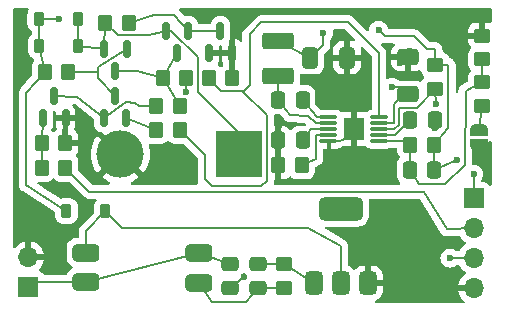
<source format=gbr>
%TF.GenerationSoftware,KiCad,Pcbnew,8.0.5*%
%TF.CreationDate,2025-01-23T11:22:46+01:00*%
%TF.ProjectId,PPP_v3_2,5050505f-7633-45f3-922e-6b696361645f,rev?*%
%TF.SameCoordinates,Original*%
%TF.FileFunction,Copper,L1,Top*%
%TF.FilePolarity,Positive*%
%FSLAX46Y46*%
G04 Gerber Fmt 4.6, Leading zero omitted, Abs format (unit mm)*
G04 Created by KiCad (PCBNEW 8.0.5) date 2025-01-23 11:22:46*
%MOMM*%
%LPD*%
G01*
G04 APERTURE LIST*
G04 Aperture macros list*
%AMRoundRect*
0 Rectangle with rounded corners*
0 $1 Rounding radius*
0 $2 $3 $4 $5 $6 $7 $8 $9 X,Y pos of 4 corners*
0 Add a 4 corners polygon primitive as box body*
4,1,4,$2,$3,$4,$5,$6,$7,$8,$9,$2,$3,0*
0 Add four circle primitives for the rounded corners*
1,1,$1+$1,$2,$3*
1,1,$1+$1,$4,$5*
1,1,$1+$1,$6,$7*
1,1,$1+$1,$8,$9*
0 Add four rect primitives between the rounded corners*
20,1,$1+$1,$2,$3,$4,$5,0*
20,1,$1+$1,$4,$5,$6,$7,0*
20,1,$1+$1,$6,$7,$8,$9,0*
20,1,$1+$1,$8,$9,$2,$3,0*%
%AMFreePoly0*
4,1,19,0.500000,-0.750000,0.000000,-0.750000,0.000000,-0.744911,-0.071157,-0.744911,-0.207708,-0.704816,-0.327430,-0.627875,-0.420627,-0.520320,-0.479746,-0.390866,-0.500000,-0.250000,-0.500000,0.250000,-0.479746,0.390866,-0.420627,0.520320,-0.327430,0.627875,-0.207708,0.704816,-0.071157,0.744911,0.000000,0.744911,0.000000,0.750000,0.500000,0.750000,0.500000,-0.750000,0.500000,-0.750000,
$1*%
%AMFreePoly1*
4,1,19,0.000000,0.744911,0.071157,0.744911,0.207708,0.704816,0.327430,0.627875,0.420627,0.520320,0.479746,0.390866,0.500000,0.250000,0.500000,-0.250000,0.479746,-0.390866,0.420627,-0.520320,0.327430,-0.627875,0.207708,-0.704816,0.071157,-0.744911,0.000000,-0.744911,0.000000,-0.750000,-0.500000,-0.750000,-0.500000,0.750000,0.000000,0.750000,0.000000,0.744911,0.000000,0.744911,
$1*%
G04 Aperture macros list end*
%TA.AperFunction,SMDPad,CuDef*%
%ADD10RoundRect,0.250000X0.337500X0.475000X-0.337500X0.475000X-0.337500X-0.475000X0.337500X-0.475000X0*%
%TD*%
%TA.AperFunction,SMDPad,CuDef*%
%ADD11RoundRect,0.250000X-0.475000X0.337500X-0.475000X-0.337500X0.475000X-0.337500X0.475000X0.337500X0*%
%TD*%
%TA.AperFunction,SMDPad,CuDef*%
%ADD12RoundRect,0.250000X0.475000X-0.337500X0.475000X0.337500X-0.475000X0.337500X-0.475000X-0.337500X0*%
%TD*%
%TA.AperFunction,SMDPad,CuDef*%
%ADD13RoundRect,0.250000X-0.350000X-0.450000X0.350000X-0.450000X0.350000X0.450000X-0.350000X0.450000X0*%
%TD*%
%TA.AperFunction,SMDPad,CuDef*%
%ADD14RoundRect,0.075000X-0.650000X-0.075000X0.650000X-0.075000X0.650000X0.075000X-0.650000X0.075000X0*%
%TD*%
%TA.AperFunction,SMDPad,CuDef*%
%ADD15R,1.680000X1.880000*%
%TD*%
%TA.AperFunction,SMDPad,CuDef*%
%ADD16RoundRect,0.250001X1.074999X-0.462499X1.074999X0.462499X-1.074999X0.462499X-1.074999X-0.462499X0*%
%TD*%
%TA.AperFunction,SMDPad,CuDef*%
%ADD17RoundRect,0.250000X0.350000X0.450000X-0.350000X0.450000X-0.350000X-0.450000X0.350000X-0.450000X0*%
%TD*%
%TA.AperFunction,SMDPad,CuDef*%
%ADD18RoundRect,0.225000X-0.225000X-0.375000X0.225000X-0.375000X0.225000X0.375000X-0.225000X0.375000X0*%
%TD*%
%TA.AperFunction,SMDPad,CuDef*%
%ADD19RoundRect,0.250000X0.650000X-0.412500X0.650000X0.412500X-0.650000X0.412500X-0.650000X-0.412500X0*%
%TD*%
%TA.AperFunction,SMDPad,CuDef*%
%ADD20RoundRect,0.250000X-0.337500X-0.475000X0.337500X-0.475000X0.337500X0.475000X-0.337500X0.475000X0*%
%TD*%
%TA.AperFunction,SMDPad,CuDef*%
%ADD21RoundRect,0.250000X-0.450000X0.350000X-0.450000X-0.350000X0.450000X-0.350000X0.450000X0.350000X0*%
%TD*%
%TA.AperFunction,SMDPad,CuDef*%
%ADD22RoundRect,0.375000X0.375000X-0.625000X0.375000X0.625000X-0.375000X0.625000X-0.375000X-0.625000X0*%
%TD*%
%TA.AperFunction,SMDPad,CuDef*%
%ADD23RoundRect,0.500000X1.400000X-0.500000X1.400000X0.500000X-1.400000X0.500000X-1.400000X-0.500000X0*%
%TD*%
%TA.AperFunction,SMDPad,CuDef*%
%ADD24RoundRect,0.150000X-0.150000X0.587500X-0.150000X-0.587500X0.150000X-0.587500X0.150000X0.587500X0*%
%TD*%
%TA.AperFunction,SMDPad,CuDef*%
%ADD25RoundRect,0.250000X0.450000X-0.350000X0.450000X0.350000X-0.450000X0.350000X-0.450000X-0.350000X0*%
%TD*%
%TA.AperFunction,SMDPad,CuDef*%
%ADD26RoundRect,0.250000X-0.412500X-0.650000X0.412500X-0.650000X0.412500X0.650000X-0.412500X0.650000X0*%
%TD*%
%TA.AperFunction,SMDPad,CuDef*%
%ADD27FreePoly0,90.000000*%
%TD*%
%TA.AperFunction,SMDPad,CuDef*%
%ADD28FreePoly1,90.000000*%
%TD*%
%TA.AperFunction,SMDPad,CuDef*%
%ADD29RoundRect,0.150000X0.150000X-0.587500X0.150000X0.587500X-0.150000X0.587500X-0.150000X-0.587500X0*%
%TD*%
%TA.AperFunction,SMDPad,CuDef*%
%ADD30RoundRect,0.225000X0.225000X0.375000X-0.225000X0.375000X-0.225000X-0.375000X0.225000X-0.375000X0*%
%TD*%
%TA.AperFunction,SMDPad,CuDef*%
%ADD31RoundRect,0.381000X-0.762000X-0.381000X0.762000X-0.381000X0.762000X0.381000X-0.762000X0.381000X0*%
%TD*%
%TA.AperFunction,ComponentPad*%
%ADD32R,1.700000X1.700000*%
%TD*%
%TA.AperFunction,ComponentPad*%
%ADD33O,1.700000X1.700000*%
%TD*%
%TA.AperFunction,ComponentPad*%
%ADD34R,4.000000X4.000000*%
%TD*%
%TA.AperFunction,ComponentPad*%
%ADD35C,4.000000*%
%TD*%
%TA.AperFunction,ViaPad*%
%ADD36C,0.600000*%
%TD*%
%TA.AperFunction,Conductor*%
%ADD37C,0.200000*%
%TD*%
G04 APERTURE END LIST*
D10*
%TO.P,C6,1*%
%TO.N,Net-(U1-INTVcc)*%
X160517500Y-85700000D03*
%TO.P,C6,2*%
%TO.N,GND*%
X158442500Y-85700000D03*
%TD*%
D11*
%TO.P,C2,1*%
%TO.N,Net-(J1-Pin_1)*%
X154370000Y-96145000D03*
%TO.P,C2,2*%
%TO.N,GND*%
X154370000Y-98220000D03*
%TD*%
D12*
%TO.P,C3,1*%
%TO.N,Net-(C3-Pad1)*%
X156700000Y-98220000D03*
%TO.P,C3,2*%
%TO.N,Net-(Q3-B)*%
X156700000Y-96145000D03*
%TD*%
D13*
%TO.P,R13,1*%
%TO.N,Net-(U1-FB)*%
X169600000Y-86050000D03*
%TO.P,R13,2*%
%TO.N,Net-(J2-Pin_1)*%
X171600000Y-86050000D03*
%TD*%
D14*
%TO.P,U1,1,BST*%
%TO.N,Net-(U1-BST)*%
X162680000Y-83750000D03*
%TO.P,U1,2,SW*%
%TO.N,Net-(U1-SW)*%
X162680000Y-84250000D03*
%TO.P,U1,3,INTVcc*%
%TO.N,Net-(U1-INTVcc)*%
X162680000Y-84750000D03*
%TO.P,U1,4,RT*%
%TO.N,Net-(U1-RT)*%
X162680000Y-85250000D03*
%TO.P,U1,5,SYNC*%
%TO.N,GND*%
X162680000Y-85750000D03*
%TO.P,U1,6,FB*%
%TO.N,Net-(U1-FB)*%
X166980000Y-85750000D03*
%TO.P,U1,7,TR/SS*%
%TO.N,Net-(U1-TR{slash}SS)*%
X166980000Y-85250000D03*
%TO.P,U1,8,PG*%
%TO.N,Net-(J2-Pin_3)*%
X166980000Y-84750000D03*
%TO.P,U1,9,Vin*%
%TO.N,Net-(D1-A)*%
X166980000Y-84250000D03*
%TO.P,U1,10,EN/UV*%
%TO.N,Net-(U1-EN{slash}UV)*%
X166980000Y-83750000D03*
D15*
%TO.P,U1,11,GND*%
%TO.N,GND*%
X164830000Y-84750000D03*
%TD*%
D13*
%TO.P,R3,1*%
%TO.N,Net-(D1-A)*%
X138670000Y-79900000D03*
%TO.P,R3,2*%
%TO.N,Net-(Q1-B)*%
X140670000Y-79900000D03*
%TD*%
D16*
%TO.P,L2,1,1*%
%TO.N,Net-(U1-SW)*%
X158440000Y-80237500D03*
%TO.P,L2,2,2*%
%TO.N,Net-(J2-Pin_1)*%
X158440000Y-77262500D03*
%TD*%
D17*
%TO.P,R11,1*%
%TO.N,Net-(U1-RT)*%
X160440000Y-87810000D03*
%TO.P,R11,2*%
%TO.N,GND*%
X158440000Y-87810000D03*
%TD*%
D18*
%TO.P,D3,1,K*%
%TO.N,Net-(D1-A)*%
X140500000Y-91700000D03*
%TO.P,D3,2,A*%
%TO.N,Net-(D3-A)*%
X143800000Y-91700000D03*
%TD*%
D19*
%TO.P,C5,1*%
%TO.N,Net-(D1-A)*%
X169400000Y-81802500D03*
%TO.P,C5,2*%
%TO.N,GND*%
X169400000Y-78677500D03*
%TD*%
D20*
%TO.P,C7,1*%
%TO.N,Net-(U1-FB)*%
X169552500Y-88180000D03*
%TO.P,C7,2*%
%TO.N,Net-(J2-Pin_1)*%
X171627500Y-88180000D03*
%TD*%
D21*
%TO.P,R10,1*%
%TO.N,Net-(J2-Pin_1)*%
X171720000Y-79310000D03*
%TO.P,R10,2*%
%TO.N,Net-(J2-Pin_3)*%
X171720000Y-81310000D03*
%TD*%
D10*
%TO.P,C4,1*%
%TO.N,Net-(U1-BST)*%
X160490000Y-82260000D03*
%TO.P,C4,2*%
%TO.N,Net-(U1-SW)*%
X158415000Y-82260000D03*
%TD*%
D22*
%TO.P,Q3,1,B*%
%TO.N,Net-(Q3-B)*%
X161420000Y-97800000D03*
%TO.P,Q3,2,C*%
%TO.N,Net-(D3-A)*%
X163720000Y-97800000D03*
%TO.P,Q3,3,E*%
%TO.N,GND*%
X166020000Y-97800000D03*
D23*
%TO.P,Q3,4*%
%TO.N,N/C*%
X163720000Y-91500000D03*
%TD*%
D13*
%TO.P,R6,1*%
%TO.N,Net-(U1-EN{slash}UV)*%
X152550000Y-80425000D03*
%TO.P,R6,2*%
%TO.N,GND*%
X154550000Y-80425000D03*
%TD*%
D24*
%TO.P,Q1,1,C*%
%TO.N,Net-(Q1-C)*%
X144650000Y-79800000D03*
%TO.P,Q1,2,B*%
%TO.N,Net-(Q1-B)*%
X145600000Y-77925000D03*
%TO.P,Q1,3,E*%
%TO.N,Net-(D1-K)*%
X143700000Y-77925000D03*
%TD*%
D13*
%TO.P,R7,1*%
%TO.N,Net-(Q4-E)*%
X148100000Y-84800000D03*
%TO.P,R7,2*%
%TO.N,Net-(U1-EN{slash}UV)*%
X150100000Y-84800000D03*
%TD*%
D25*
%TO.P,R14,1*%
%TO.N,Net-(P2-Pin_2)*%
X175680000Y-82760000D03*
%TO.P,R14,2*%
%TO.N,Net-(U1-FB)*%
X175680000Y-80760000D03*
%TD*%
D26*
%TO.P,C9,1*%
%TO.N,Net-(J2-Pin_1)*%
X161130000Y-78710000D03*
%TO.P,C9,2*%
%TO.N,GND*%
X164255000Y-78710000D03*
%TD*%
D27*
%TO.P,P2,1,Pin_1*%
%TO.N,GND*%
X175440000Y-86090000D03*
D28*
%TO.P,P2,2,Pin_2*%
%TO.N,Net-(P2-Pin_2)*%
X175440000Y-84790000D03*
%TD*%
D18*
%TO.P,D2,1,K*%
%TO.N,Net-(D1-A)*%
X138200000Y-77700000D03*
%TO.P,D2,2,A*%
%TO.N,Net-(D1-K)*%
X141500000Y-77700000D03*
%TD*%
D29*
%TO.P,Q4,1,C*%
%TO.N,Net-(Q1-B)*%
X144600000Y-81900000D03*
%TO.P,Q4,2,B*%
%TO.N,Net-(Q4-B)*%
X143650000Y-83775000D03*
%TO.P,Q4,3,E*%
%TO.N,Net-(Q4-E)*%
X145550000Y-83775000D03*
%TD*%
D13*
%TO.P,R4,1*%
%TO.N,Net-(Q4-B)*%
X148100000Y-82800000D03*
%TO.P,R4,2*%
%TO.N,Net-(Q1-C)*%
X150100000Y-82800000D03*
%TD*%
D25*
%TO.P,R2,1*%
%TO.N,Net-(C3-Pad1)*%
X158910000Y-98160000D03*
%TO.P,R2,2*%
%TO.N,Net-(Q3-B)*%
X158910000Y-96160000D03*
%TD*%
D24*
%TO.P,Q2,1,C*%
%TO.N,Net-(Q1-C)*%
X149850000Y-78302500D03*
%TO.P,Q2,2,B*%
%TO.N,Net-(D4-K)*%
X150800000Y-76427500D03*
%TO.P,Q2,3,E*%
%TO.N,Net-(D1-K)*%
X148900000Y-76427500D03*
%TD*%
D17*
%TO.P,R5,1*%
%TO.N,GND*%
X150650000Y-80425000D03*
%TO.P,R5,2*%
%TO.N,Net-(Q1-C)*%
X148650000Y-80425000D03*
%TD*%
D30*
%TO.P,D1,1,K*%
%TO.N,Net-(D1-K)*%
X141450000Y-75400000D03*
%TO.P,D1,2,A*%
%TO.N,Net-(D1-A)*%
X138150000Y-75400000D03*
%TD*%
D31*
%TO.P,L1,1,1*%
%TO.N,Net-(D3-A)*%
X142170000Y-95200000D03*
%TO.P,L1,2,2*%
%TO.N,Net-(J1-Pin_1)*%
X142170000Y-97700000D03*
%TO.P,L1,3,3*%
%TO.N,Net-(C3-Pad1)*%
X151720000Y-97750000D03*
%TO.P,L1,4,4*%
%TO.N,Net-(J1-Pin_1)*%
X151720000Y-95250000D03*
%TD*%
D29*
%TO.P,Q5,1,C*%
%TO.N,Net-(Q4-B)*%
X139470000Y-81967500D03*
%TO.P,Q5,2,B*%
%TO.N,Net-(Q5-B)*%
X138520000Y-83842500D03*
%TO.P,Q5,3,E*%
%TO.N,GND*%
X140420000Y-83842500D03*
%TD*%
D17*
%TO.P,R9,1*%
%TO.N,GND*%
X140400000Y-85900000D03*
%TO.P,R9,2*%
%TO.N,Net-(Q5-B)*%
X138400000Y-85900000D03*
%TD*%
D13*
%TO.P,R8,1*%
%TO.N,Net-(Q5-B)*%
X138400000Y-88000000D03*
%TO.P,R8,2*%
%TO.N,/SH_DOWN*%
X140400000Y-88000000D03*
%TD*%
D20*
%TO.P,C8,1*%
%TO.N,Net-(U1-TR{slash}SS)*%
X169615000Y-83980000D03*
%TO.P,C8,2*%
%TO.N,GND*%
X171690000Y-83980000D03*
%TD*%
D21*
%TO.P,R12,1*%
%TO.N,GND*%
X175700000Y-76830000D03*
%TO.P,R12,2*%
%TO.N,Net-(U1-FB)*%
X175700000Y-78830000D03*
%TD*%
D29*
%TO.P,D4,1,K*%
%TO.N,Net-(D4-K)*%
X153540000Y-76425000D03*
%TO.P,D4,2,A*%
%TO.N,GND*%
X152590000Y-78300000D03*
X154490000Y-78300000D03*
%TD*%
D17*
%TO.P,R1,1*%
%TO.N,Net-(D4-K)*%
X145800000Y-75800000D03*
%TO.P,R1,2*%
%TO.N,Net-(D1-K)*%
X143800000Y-75800000D03*
%TD*%
D32*
%TO.P,J1,1,Pin_1*%
%TO.N,Net-(J1-Pin_1)*%
X137270000Y-98140000D03*
D33*
%TO.P,J1,2,Pin_2*%
%TO.N,GND*%
X137270000Y-95600000D03*
%TD*%
D34*
%TO.P,C1,1*%
%TO.N,Net-(D1-K)*%
X155065371Y-86890000D03*
D35*
%TO.P,C1,2*%
%TO.N,GND*%
X145065371Y-86890000D03*
%TD*%
D32*
%TO.P,J2,1,Pin_1*%
%TO.N,Net-(J2-Pin_1)*%
X174970000Y-90580000D03*
D33*
%TO.P,J2,2,Pin_2*%
%TO.N,/SH_DOWN*%
X174970000Y-93120000D03*
%TO.P,J2,3,Pin_3*%
%TO.N,Net-(J2-Pin_3)*%
X174970000Y-95660000D03*
%TO.P,J2,4,Pin_4*%
%TO.N,GND*%
X174970000Y-98200000D03*
%TD*%
D36*
%TO.N,GND*%
X164220000Y-76990000D03*
X163930000Y-82710000D03*
X164830000Y-82730000D03*
X158440000Y-89080000D03*
X165210000Y-84190000D03*
X165780000Y-81710000D03*
X164450000Y-85410000D03*
X168720000Y-79180000D03*
X169620000Y-78110000D03*
X164430000Y-84210000D03*
X165700000Y-86580000D03*
X165210000Y-85400000D03*
X158470000Y-84490000D03*
X164850000Y-81710000D03*
X174400000Y-76850000D03*
X150600000Y-81600000D03*
X155500000Y-97280000D03*
X164220000Y-80480000D03*
X164920000Y-87530000D03*
X164000000Y-86600000D03*
X175450000Y-87130000D03*
X162990000Y-82730000D03*
X162990000Y-81760000D03*
X163700000Y-87550000D03*
X153525000Y-78300000D03*
X162770000Y-86890000D03*
X163930000Y-81740000D03*
X165780000Y-82660000D03*
X164430000Y-84820000D03*
X166010000Y-95810000D03*
X165820000Y-78690000D03*
X171690000Y-84680000D03*
X164850000Y-86580000D03*
X166130000Y-87550000D03*
X165200000Y-84800000D03*
%TO.N,Net-(D1-A)*%
X168090000Y-81220000D03*
X139900000Y-75400000D03*
%TO.N,Net-(J2-Pin_1)*%
X173550000Y-87370000D03*
X174970000Y-88560000D03*
X166920000Y-76370000D03*
X162250000Y-76620000D03*
%TO.N,Net-(J2-Pin_3)*%
X172970000Y-95660000D03*
X171750000Y-82630000D03*
%TD*%
D37*
%TO.N,Net-(D1-K)*%
X148900000Y-76427500D02*
X147500000Y-76800000D01*
X148900000Y-76427500D02*
X149377500Y-76427500D01*
X151600000Y-78650000D02*
X151600000Y-81600000D01*
X147500000Y-76800000D02*
X144900000Y-76800000D01*
X155065371Y-85065371D02*
X155065371Y-86890000D01*
X151600000Y-81600000D02*
X155065371Y-85065371D01*
X143700000Y-77925000D02*
X141500000Y-77700000D01*
X143700000Y-77925000D02*
X143800000Y-75800000D01*
X144900000Y-76800000D02*
X143800000Y-75800000D01*
X149377500Y-76427500D02*
X151600000Y-78650000D01*
X141500000Y-77700000D02*
X141450000Y-75400000D01*
%TO.N,GND*%
X175700000Y-76830000D02*
X174400000Y-76850000D01*
X162770000Y-85840000D02*
X162770000Y-86890000D01*
X154490000Y-78300000D02*
X154550000Y-80425000D01*
X152590000Y-78300000D02*
X154490000Y-78300000D01*
X162680000Y-85750000D02*
X163650000Y-85750000D01*
X158440000Y-87810000D02*
X158440000Y-89080000D01*
X164450000Y-85410000D02*
X164430000Y-84820000D01*
X158442500Y-85700000D02*
X158470000Y-84490000D01*
X166020000Y-97800000D02*
X166010000Y-95810000D01*
X164430000Y-84820000D02*
X165200000Y-84800000D01*
X150650000Y-80425000D02*
X150600000Y-81600000D01*
X169630000Y-79202500D02*
X169620000Y-78110000D01*
X165200000Y-84800000D02*
X164830000Y-84750000D01*
X162680000Y-85750000D02*
X162770000Y-85840000D01*
X166020000Y-97800000D02*
X174970000Y-98200000D01*
X163650000Y-85750000D02*
X164450000Y-85410000D01*
X158440000Y-87810000D02*
X158442500Y-85700000D01*
X154370000Y-98220000D02*
X155500000Y-97280000D01*
%TO.N,Net-(J1-Pin_1)*%
X151720000Y-95250000D02*
X142170000Y-97700000D01*
X137710000Y-97700000D02*
X137270000Y-98140000D01*
X137320000Y-98090000D02*
X137940000Y-98090000D01*
X137270000Y-98140000D02*
X137320000Y-98090000D01*
X142170000Y-97700000D02*
X137710000Y-97700000D01*
X151720000Y-95250000D02*
X154370000Y-96145000D01*
X137940000Y-98090000D02*
X137970000Y-98060000D01*
%TO.N,Net-(C3-Pad1)*%
X155710000Y-99390000D02*
X156700000Y-98220000D01*
X152780000Y-99390000D02*
X155710000Y-99390000D01*
X151720000Y-97750000D02*
X152780000Y-99390000D01*
X158910000Y-98160000D02*
X156700000Y-98220000D01*
%TO.N,Net-(Q3-B)*%
X156700000Y-96145000D02*
X158910000Y-96160000D01*
X158910000Y-96160000D02*
X161420000Y-97800000D01*
%TO.N,Net-(U1-SW)*%
X162680000Y-84250000D02*
X161610000Y-84240000D01*
X159390000Y-83550000D02*
X158415000Y-82260000D01*
X161610000Y-84240000D02*
X160970000Y-83610000D01*
X160970000Y-83610000D02*
X159390000Y-83550000D01*
X158440000Y-80237500D02*
X158415000Y-82260000D01*
%TO.N,Net-(U1-BST)*%
X161730000Y-83760000D02*
X160490000Y-82260000D01*
X162680000Y-83750000D02*
X161730000Y-83760000D01*
%TO.N,Net-(D1-A)*%
X166980000Y-84250000D02*
X168231869Y-84231990D01*
X137100000Y-81700000D02*
X137100000Y-89500000D01*
X138670000Y-79900000D02*
X137100000Y-81700000D01*
X138150000Y-75400000D02*
X138200000Y-77700000D01*
X138200000Y-77700000D02*
X138670000Y-79900000D01*
X168240000Y-82580000D02*
X169630000Y-81277500D01*
X137100000Y-89500000D02*
X140500000Y-91700000D01*
X168231869Y-84231990D02*
X168240000Y-82580000D01*
X139900000Y-75400000D02*
X138150000Y-75400000D01*
X168090000Y-81220000D02*
X169630000Y-81277500D01*
%TO.N,Net-(U1-INTVcc)*%
X161240000Y-84760000D02*
X160517500Y-85700000D01*
X161640000Y-84760000D02*
X161240000Y-84760000D01*
X162680000Y-84750000D02*
X161640000Y-84760000D01*
%TO.N,Net-(J2-Pin_1)*%
X158440000Y-77262500D02*
X161130000Y-78710000D01*
X162250000Y-76620000D02*
X162250000Y-77590000D01*
X171720000Y-79310000D02*
X171735593Y-78390000D01*
X171720000Y-77990000D02*
X171050000Y-77990000D01*
X169950000Y-76890000D02*
X167440000Y-76890000D01*
X171050000Y-77990000D02*
X169950000Y-76890000D01*
X171720000Y-79310000D02*
X172840000Y-79320000D01*
X171627500Y-88180000D02*
X171600000Y-86050000D01*
X172840000Y-79320000D02*
X172840000Y-84610000D01*
X162250000Y-77590000D02*
X161130000Y-78710000D01*
X171735593Y-78390000D02*
X171720000Y-77990000D01*
X173550000Y-87370000D02*
X171627500Y-88180000D01*
X167440000Y-76890000D02*
X166920000Y-76370000D01*
X174970000Y-88560000D02*
X174970000Y-90580000D01*
X172840000Y-84610000D02*
X171600000Y-86050000D01*
X171735593Y-78390000D02*
X171740000Y-78130000D01*
%TO.N,Net-(U1-FB)*%
X174290000Y-81510000D02*
X174200000Y-87780000D01*
X169300000Y-85750000D02*
X169600000Y-86050000D01*
X172520000Y-89390000D02*
X170380000Y-89390000D01*
X175680000Y-80760000D02*
X174290000Y-81510000D01*
X174200000Y-87780000D02*
X172520000Y-89390000D01*
X166980000Y-85750000D02*
X169300000Y-85750000D01*
X169552500Y-88180000D02*
X169600000Y-86050000D01*
X170380000Y-89390000D02*
X169552500Y-88180000D01*
X175680000Y-80760000D02*
X175700000Y-78830000D01*
%TO.N,Net-(U1-TR{slash}SS)*%
X168345000Y-85250000D02*
X169615000Y-83980000D01*
X166980000Y-85250000D02*
X168345000Y-85250000D01*
%TO.N,Net-(D3-A)*%
X143800000Y-91700000D02*
X145180000Y-93080000D01*
X163720000Y-94640000D02*
X163720000Y-97800000D01*
X160940000Y-93080000D02*
X163720000Y-94640000D01*
X145180000Y-93080000D02*
X160940000Y-93080000D01*
X142170000Y-95200000D02*
X142170000Y-93330000D01*
X142170000Y-93330000D02*
X143800000Y-91700000D01*
%TO.N,Net-(D4-K)*%
X153540000Y-76425000D02*
X150800000Y-76427500D01*
X149600000Y-75100000D02*
X147900000Y-75100000D01*
X147900000Y-75100000D02*
X145800000Y-75800000D01*
X150800000Y-76427500D02*
X149600000Y-75100000D01*
%TO.N,Net-(J2-Pin_3)*%
X168644657Y-84384657D02*
X168640000Y-82930000D01*
X174970000Y-95660000D02*
X172970000Y-95660000D01*
X171720000Y-81310000D02*
X170220000Y-82930000D01*
X168260000Y-84770000D02*
X168644657Y-84384657D01*
X166980000Y-84750000D02*
X168260000Y-84770000D01*
X171750000Y-82630000D02*
X171720000Y-81310000D01*
X168640000Y-82930000D02*
X170220000Y-82930000D01*
%TO.N,/SH_DOWN*%
X174970000Y-93120000D02*
X172690000Y-93200000D01*
X142440000Y-90040000D02*
X140400000Y-88000000D01*
X170750000Y-90040000D02*
X142440000Y-90040000D01*
X172690000Y-93200000D02*
X170750000Y-90040000D01*
%TO.N,Net-(P2-Pin_2)*%
X175440000Y-84790000D02*
X175680000Y-82760000D01*
%TO.N,Net-(Q1-C)*%
X149850000Y-78302500D02*
X148650000Y-80425000D01*
X148650000Y-80425000D02*
X150100000Y-82800000D01*
X144650000Y-79800000D02*
X146500000Y-79800000D01*
X146500000Y-79800000D02*
X148650000Y-80425000D01*
%TO.N,Net-(Q1-B)*%
X143200000Y-79500000D02*
X143200000Y-79900000D01*
X140670000Y-79900000D02*
X143200000Y-79900000D01*
X143200000Y-79900000D02*
X143200000Y-80400000D01*
X145600000Y-77925000D02*
X143200000Y-79500000D01*
X143200000Y-80400000D02*
X144600000Y-81900000D01*
%TO.N,Net-(Q4-E)*%
X145550000Y-83775000D02*
X148100000Y-84800000D01*
%TO.N,Net-(Q4-B)*%
X143650000Y-83775000D02*
X145580892Y-82480892D01*
X145580892Y-82480892D02*
X146300000Y-82500000D01*
X146600000Y-82800000D02*
X148100000Y-82800000D01*
X141400000Y-82000000D02*
X143650000Y-83775000D01*
X146300000Y-82500000D02*
X146600000Y-82800000D01*
X139470000Y-81967500D02*
X141400000Y-82000000D01*
%TO.N,Net-(Q5-B)*%
X138520000Y-83842500D02*
X138400000Y-85900000D01*
X138400000Y-85900000D02*
X138400000Y-88000000D01*
%TO.N,Net-(U1-EN{slash}UV)*%
X166980000Y-83750000D02*
X166980000Y-78330000D01*
X153625000Y-81500000D02*
X152550000Y-80425000D01*
X152200000Y-89000000D02*
X152800000Y-89600000D01*
X157475000Y-85975000D02*
X157450000Y-85950000D01*
X157450000Y-83575000D02*
X155375000Y-81500000D01*
X157475000Y-89125000D02*
X157475000Y-85975000D01*
X166980000Y-78330000D02*
X164350000Y-75700000D01*
X150100000Y-84800000D02*
X152200000Y-86900000D01*
X152200000Y-86900000D02*
X152200000Y-89000000D01*
X156000000Y-81000000D02*
X155500000Y-81500000D01*
X157000000Y-75700000D02*
X156000000Y-76700000D01*
X155500000Y-81500000D02*
X155375000Y-81500000D01*
X156000000Y-76700000D02*
X156000000Y-81000000D01*
X152800000Y-89600000D02*
X157000000Y-89600000D01*
X157000000Y-89600000D02*
X157475000Y-89125000D01*
X157450000Y-85950000D02*
X157450000Y-83575000D01*
X155375000Y-81500000D02*
X153625000Y-81500000D01*
X164350000Y-75700000D02*
X157000000Y-75700000D01*
%TO.N,Net-(U1-RT)*%
X161640000Y-87250000D02*
X160440000Y-87810000D01*
X162680000Y-85250000D02*
X161640000Y-85280000D01*
X161640000Y-85280000D02*
X161640000Y-87250000D01*
%TD*%
%TA.AperFunction,Conductor*%
%TO.N,GND*%
G36*
X170411689Y-90660185D02*
G01*
X170450323Y-90699623D01*
X170928111Y-91477876D01*
X172132805Y-93440161D01*
X172137691Y-93449337D01*
X172138894Y-93451262D01*
X172138895Y-93451264D01*
X172179368Y-93516011D01*
X172179709Y-93516561D01*
X172219608Y-93581551D01*
X172219610Y-93581553D01*
X172219687Y-93581678D01*
X172220862Y-93583103D01*
X172221506Y-93583891D01*
X172222604Y-93585245D01*
X172278443Y-93637299D01*
X172279165Y-93637976D01*
X172334389Y-93690297D01*
X172334390Y-93690297D01*
X172334494Y-93690396D01*
X172335981Y-93691457D01*
X172336781Y-93692033D01*
X172338234Y-93693087D01*
X172405632Y-93728908D01*
X172406517Y-93729383D01*
X172473524Y-93765695D01*
X172475189Y-93766317D01*
X172476159Y-93766684D01*
X172477843Y-93767329D01*
X172477980Y-93767360D01*
X172477981Y-93767361D01*
X172552321Y-93784510D01*
X172552941Y-93784655D01*
X172627180Y-93802415D01*
X172627314Y-93802447D01*
X172629110Y-93802620D01*
X172630086Y-93802718D01*
X172631906Y-93802907D01*
X172632045Y-93802902D01*
X172632049Y-93802903D01*
X172708429Y-93800222D01*
X172708928Y-93800206D01*
X172785238Y-93798147D01*
X172785242Y-93798145D01*
X172787524Y-93798084D01*
X172797833Y-93797085D01*
X173704223Y-93765282D01*
X173771911Y-93782604D01*
X173810146Y-93818083D01*
X173879979Y-93917815D01*
X173930817Y-93990419D01*
X173931501Y-93991395D01*
X173931506Y-93991402D01*
X174098597Y-94158493D01*
X174098603Y-94158498D01*
X174284158Y-94288425D01*
X174327783Y-94343002D01*
X174334977Y-94412500D01*
X174303454Y-94474855D01*
X174284158Y-94491575D01*
X174098597Y-94621505D01*
X173931506Y-94788596D01*
X173795965Y-94982170D01*
X173795962Y-94982175D01*
X173793289Y-94987909D01*
X173747115Y-95040346D01*
X173680909Y-95059500D01*
X173552412Y-95059500D01*
X173485373Y-95039815D01*
X173475097Y-95032445D01*
X173472263Y-95030185D01*
X173472262Y-95030184D01*
X173395847Y-94982169D01*
X173319523Y-94934211D01*
X173149254Y-94874631D01*
X173149249Y-94874630D01*
X172970004Y-94854435D01*
X172969996Y-94854435D01*
X172790750Y-94874630D01*
X172790745Y-94874631D01*
X172620476Y-94934211D01*
X172467737Y-95030184D01*
X172340184Y-95157737D01*
X172244211Y-95310476D01*
X172184631Y-95480745D01*
X172184630Y-95480750D01*
X172164435Y-95659996D01*
X172164435Y-95660003D01*
X172184630Y-95839249D01*
X172184631Y-95839254D01*
X172244211Y-96009523D01*
X172315931Y-96123664D01*
X172340184Y-96162262D01*
X172467738Y-96289816D01*
X172535031Y-96332099D01*
X172608266Y-96378116D01*
X172620478Y-96385789D01*
X172699120Y-96413307D01*
X172790745Y-96445368D01*
X172790750Y-96445369D01*
X172969996Y-96465565D01*
X172970000Y-96465565D01*
X172970004Y-96465565D01*
X173149249Y-96445369D01*
X173149252Y-96445368D01*
X173149255Y-96445368D01*
X173319522Y-96385789D01*
X173472262Y-96289816D01*
X173472267Y-96289810D01*
X173475097Y-96287555D01*
X173477275Y-96286665D01*
X173478158Y-96286111D01*
X173478255Y-96286265D01*
X173539783Y-96261145D01*
X173552412Y-96260500D01*
X173680909Y-96260500D01*
X173747948Y-96280185D01*
X173793292Y-96332097D01*
X173795965Y-96337830D01*
X173931501Y-96531395D01*
X173931506Y-96531402D01*
X174098597Y-96698493D01*
X174098603Y-96698498D01*
X174126876Y-96718295D01*
X174237720Y-96795909D01*
X174284594Y-96828730D01*
X174328219Y-96883307D01*
X174335413Y-96952805D01*
X174303890Y-97015160D01*
X174284595Y-97031880D01*
X174098922Y-97161890D01*
X174098920Y-97161891D01*
X173931891Y-97328920D01*
X173931886Y-97328926D01*
X173796400Y-97522420D01*
X173796399Y-97522422D01*
X173696570Y-97736507D01*
X173696567Y-97736513D01*
X173639364Y-97949999D01*
X173639364Y-97950000D01*
X174536988Y-97950000D01*
X174504075Y-98007007D01*
X174470000Y-98134174D01*
X174470000Y-98265826D01*
X174504075Y-98392993D01*
X174536988Y-98450000D01*
X173639364Y-98450000D01*
X173696567Y-98663486D01*
X173696570Y-98663492D01*
X173796399Y-98877578D01*
X173931894Y-99071082D01*
X174098921Y-99238109D01*
X174150072Y-99273926D01*
X174193697Y-99328503D01*
X174200889Y-99398001D01*
X174169366Y-99460356D01*
X174109136Y-99495769D01*
X174078948Y-99499500D01*
X166712381Y-99499500D01*
X166645342Y-99479815D01*
X166599587Y-99427011D01*
X166589643Y-99357853D01*
X166618668Y-99294297D01*
X166677446Y-99256523D01*
X166682455Y-99255165D01*
X166698521Y-99251169D01*
X166698523Y-99251168D01*
X166869022Y-99166609D01*
X166869025Y-99166607D01*
X167017366Y-99047367D01*
X167017367Y-99047366D01*
X167136607Y-98899025D01*
X167136609Y-98899022D01*
X167221168Y-98728523D01*
X167267102Y-98543824D01*
X167270000Y-98501096D01*
X167270000Y-98050000D01*
X165894000Y-98050000D01*
X165826961Y-98030315D01*
X165781206Y-97977511D01*
X165770000Y-97926000D01*
X165770000Y-97550000D01*
X166270000Y-97550000D01*
X167270000Y-97550000D01*
X167270000Y-97098903D01*
X167267102Y-97056175D01*
X167221168Y-96871476D01*
X167136609Y-96700977D01*
X167136607Y-96700974D01*
X167017367Y-96552633D01*
X167017366Y-96552632D01*
X166869025Y-96433392D01*
X166869022Y-96433390D01*
X166698523Y-96348831D01*
X166513824Y-96302897D01*
X166471097Y-96300000D01*
X166270000Y-96300000D01*
X166270000Y-97550000D01*
X165770000Y-97550000D01*
X165770000Y-96300000D01*
X165568903Y-96300000D01*
X165526175Y-96302897D01*
X165341476Y-96348831D01*
X165170977Y-96433390D01*
X165170974Y-96433392D01*
X165022635Y-96552631D01*
X164966967Y-96621885D01*
X164909624Y-96661803D01*
X164839801Y-96664383D01*
X164779669Y-96628804D01*
X164773673Y-96621884D01*
X164717722Y-96552278D01*
X164717721Y-96552277D01*
X164569295Y-96432969D01*
X164569292Y-96432967D01*
X164392671Y-96345372D01*
X164393617Y-96343464D01*
X164345590Y-96307869D01*
X164320860Y-96242522D01*
X164320500Y-96233084D01*
X164320500Y-94726802D01*
X164321372Y-94712118D01*
X164321419Y-94711714D01*
X164321422Y-94711705D01*
X164320509Y-94637067D01*
X164320500Y-94635551D01*
X164320500Y-94560946D01*
X164320448Y-94560552D01*
X164320408Y-94559988D01*
X164320121Y-94557997D01*
X164319914Y-94556497D01*
X164319655Y-94554536D01*
X164319545Y-94553998D01*
X164319488Y-94553605D01*
X164319488Y-94553602D01*
X164299245Y-94481592D01*
X164298883Y-94480270D01*
X164279579Y-94408222D01*
X164279421Y-94407840D01*
X164279235Y-94407303D01*
X164278439Y-94405445D01*
X164277845Y-94404035D01*
X164277115Y-94402272D01*
X164276866Y-94401776D01*
X164276701Y-94401393D01*
X164276700Y-94401387D01*
X164269938Y-94390000D01*
X164241113Y-94341456D01*
X164238589Y-94337206D01*
X164237850Y-94335943D01*
X164200523Y-94271289D01*
X164200522Y-94271288D01*
X164200520Y-94271284D01*
X164200516Y-94271280D01*
X164200263Y-94270950D01*
X164199957Y-94270498D01*
X164198784Y-94269007D01*
X164197854Y-94267810D01*
X164196608Y-94266186D01*
X164196226Y-94265756D01*
X164195970Y-94265430D01*
X164142597Y-94213348D01*
X164141517Y-94212281D01*
X164088720Y-94159483D01*
X164088390Y-94159230D01*
X164087978Y-94158873D01*
X164086401Y-94157693D01*
X164085209Y-94156789D01*
X164083610Y-94155562D01*
X164083133Y-94155248D01*
X164082812Y-94155008D01*
X164082809Y-94155005D01*
X164017694Y-94118465D01*
X164016451Y-94117757D01*
X163951785Y-94080423D01*
X163951388Y-94080259D01*
X163938174Y-94073842D01*
X162439104Y-93232637D01*
X162390274Y-93182663D01*
X162376213Y-93114223D01*
X162401385Y-93049045D01*
X162457799Y-93007824D01*
X162499780Y-93000499D01*
X165178036Y-93000499D01*
X165297418Y-92989886D01*
X165493049Y-92933909D01*
X165673407Y-92839698D01*
X165831109Y-92711109D01*
X165959698Y-92553407D01*
X166053909Y-92373049D01*
X166109886Y-92177418D01*
X166120500Y-92058037D01*
X166120499Y-90941964D01*
X166109886Y-90822582D01*
X166103027Y-90798610D01*
X166103511Y-90728742D01*
X166141691Y-90670227D01*
X166205446Y-90641643D01*
X166222243Y-90640500D01*
X170344650Y-90640500D01*
X170411689Y-90660185D01*
G37*
%TD.AperFunction*%
%TA.AperFunction,Conductor*%
G36*
X155624970Y-96942708D02*
G01*
X155632266Y-96951128D01*
X155632288Y-96951156D01*
X155756346Y-97075214D01*
X155759182Y-97076963D01*
X155760717Y-97078670D01*
X155762011Y-97079693D01*
X155761836Y-97079914D01*
X155805905Y-97128911D01*
X155817126Y-97197874D01*
X155789282Y-97261956D01*
X155759182Y-97288037D01*
X155756346Y-97289785D01*
X155632283Y-97413848D01*
X155631939Y-97414284D01*
X155631627Y-97414504D01*
X155627181Y-97418951D01*
X155626420Y-97418190D01*
X155574915Y-97454657D01*
X155505115Y-97457790D01*
X155444702Y-97422690D01*
X155437416Y-97414281D01*
X155437317Y-97414156D01*
X155313344Y-97290183D01*
X155313341Y-97290181D01*
X155310339Y-97288329D01*
X155308713Y-97286521D01*
X155307677Y-97285702D01*
X155307817Y-97285524D01*
X155263617Y-97236380D01*
X155252397Y-97167417D01*
X155280243Y-97103336D01*
X155310344Y-97077254D01*
X155313656Y-97075212D01*
X155437712Y-96951156D01*
X155437715Y-96951151D01*
X155437734Y-96951128D01*
X155437754Y-96951113D01*
X155442819Y-96946049D01*
X155443684Y-96946914D01*
X155494755Y-96910751D01*
X155564555Y-96907613D01*
X155624970Y-96942708D01*
G37*
%TD.AperFunction*%
%TA.AperFunction,Conductor*%
G36*
X137240970Y-74520185D02*
G01*
X137286725Y-74572989D01*
X137296669Y-74642147D01*
X137279470Y-74689597D01*
X137262998Y-74716300D01*
X137262996Y-74716305D01*
X137209651Y-74877290D01*
X137199500Y-74976647D01*
X137199500Y-75823337D01*
X137199501Y-75823355D01*
X137209650Y-75922707D01*
X137209651Y-75922710D01*
X137262996Y-76083694D01*
X137263001Y-76083705D01*
X137352029Y-76228040D01*
X137352031Y-76228043D01*
X137352032Y-76228044D01*
X137471956Y-76347968D01*
X137513890Y-76373833D01*
X137560613Y-76425780D01*
X137572763Y-76476676D01*
X137576455Y-76646497D01*
X137558232Y-76713948D01*
X137526343Y-76745945D01*
X137527617Y-76747556D01*
X137521956Y-76752031D01*
X137402029Y-76871959D01*
X137313001Y-77016294D01*
X137312996Y-77016305D01*
X137259651Y-77177290D01*
X137249500Y-77276647D01*
X137249500Y-78123337D01*
X137249501Y-78123355D01*
X137259650Y-78222707D01*
X137259651Y-78222710D01*
X137312996Y-78383694D01*
X137313001Y-78383705D01*
X137402029Y-78528040D01*
X137402032Y-78528044D01*
X137521955Y-78647967D01*
X137521959Y-78647970D01*
X137656565Y-78730997D01*
X137666303Y-78737003D01*
X137704803Y-78749760D01*
X137762249Y-78789532D01*
X137789073Y-78854047D01*
X137776759Y-78922823D01*
X137753485Y-78955145D01*
X137727291Y-78981340D01*
X137727289Y-78981342D01*
X137727288Y-78981344D01*
X137702163Y-79022079D01*
X137635187Y-79130663D01*
X137635185Y-79130668D01*
X137611399Y-79202450D01*
X137580001Y-79297203D01*
X137580001Y-79297204D01*
X137580000Y-79297204D01*
X137569500Y-79399983D01*
X137569500Y-80201678D01*
X137549815Y-80268717D01*
X137538948Y-80283185D01*
X136663695Y-81286660D01*
X136657929Y-81292833D01*
X136619479Y-81331283D01*
X136615134Y-81338810D01*
X136601201Y-81358310D01*
X136595491Y-81364856D01*
X136571580Y-81413672D01*
X136567611Y-81421122D01*
X136540422Y-81468217D01*
X136538173Y-81476611D01*
X136529763Y-81499048D01*
X136526948Y-81504797D01*
X136525940Y-81506855D01*
X136525937Y-81506863D01*
X136515475Y-81560206D01*
X136513570Y-81568429D01*
X136499500Y-81620943D01*
X136499500Y-81629625D01*
X136497182Y-81653487D01*
X136495510Y-81662010D01*
X136495509Y-81662020D01*
X136499212Y-81716255D01*
X136499500Y-81724700D01*
X136499500Y-89481610D01*
X136499341Y-89487896D01*
X136496264Y-89548520D01*
X136496747Y-89550774D01*
X136499500Y-89576756D01*
X136499500Y-89579060D01*
X136515202Y-89637662D01*
X136516674Y-89643769D01*
X136529394Y-89703127D01*
X136530445Y-89705180D01*
X136539826Y-89729559D01*
X136540420Y-89731778D01*
X136540424Y-89731787D01*
X136570765Y-89784339D01*
X136573769Y-89789861D01*
X136601408Y-89843885D01*
X136602954Y-89845596D01*
X136618324Y-89866715D01*
X136619479Y-89868716D01*
X136662396Y-89911632D01*
X136666729Y-89916190D01*
X136707402Y-89961213D01*
X136709336Y-89962464D01*
X136729654Y-89978890D01*
X136731284Y-89980520D01*
X136731285Y-89980521D01*
X136731287Y-89980522D01*
X136783832Y-90010858D01*
X136789197Y-90014139D01*
X139492863Y-91763571D01*
X139538454Y-91816516D01*
X139549500Y-91867677D01*
X139549500Y-92123336D01*
X139549501Y-92123355D01*
X139559650Y-92222707D01*
X139559651Y-92222710D01*
X139612996Y-92383694D01*
X139613001Y-92383705D01*
X139702029Y-92528040D01*
X139702032Y-92528044D01*
X139821955Y-92647967D01*
X139821959Y-92647970D01*
X139966294Y-92736998D01*
X139966297Y-92736999D01*
X139966303Y-92737003D01*
X140127292Y-92790349D01*
X140226655Y-92800500D01*
X140773344Y-92800499D01*
X140773352Y-92800498D01*
X140773355Y-92800498D01*
X140827760Y-92794940D01*
X140872708Y-92790349D01*
X141033697Y-92737003D01*
X141178044Y-92647968D01*
X141297968Y-92528044D01*
X141387003Y-92383697D01*
X141440349Y-92222708D01*
X141450500Y-92123345D01*
X141450499Y-91276656D01*
X141440349Y-91177292D01*
X141387003Y-91016303D01*
X141386999Y-91016297D01*
X141386998Y-91016294D01*
X141297970Y-90871959D01*
X141297967Y-90871955D01*
X141178044Y-90752032D01*
X141178040Y-90752029D01*
X141033705Y-90663001D01*
X141033699Y-90662998D01*
X141033697Y-90662997D01*
X141009600Y-90655012D01*
X140872709Y-90609651D01*
X140773346Y-90599500D01*
X140226662Y-90599500D01*
X140226644Y-90599501D01*
X140127292Y-90609650D01*
X140127285Y-90609652D01*
X140046843Y-90636308D01*
X139977015Y-90638709D01*
X139940477Y-90622709D01*
X139920296Y-90609651D01*
X138920099Y-89962464D01*
X138095047Y-89428606D01*
X138049456Y-89375660D01*
X138039728Y-89306471D01*
X138068950Y-89243006D01*
X138127845Y-89205414D01*
X138162404Y-89200499D01*
X138800008Y-89200499D01*
X138800016Y-89200498D01*
X138800019Y-89200498D01*
X138856302Y-89194748D01*
X138902797Y-89189999D01*
X139069334Y-89134814D01*
X139218656Y-89042712D01*
X139312319Y-88949049D01*
X139373642Y-88915564D01*
X139443334Y-88920548D01*
X139487681Y-88949049D01*
X139581344Y-89042712D01*
X139730666Y-89134814D01*
X139897203Y-89189999D01*
X139999991Y-89200500D01*
X140699901Y-89200499D01*
X140766940Y-89220183D01*
X140787582Y-89236818D01*
X142071284Y-90520520D01*
X142071286Y-90520521D01*
X142071290Y-90520524D01*
X142208083Y-90599500D01*
X142208216Y-90599577D01*
X142360943Y-90640501D01*
X142360945Y-90640501D01*
X142526654Y-90640501D01*
X142526670Y-90640500D01*
X142934126Y-90640500D01*
X143001165Y-90660185D01*
X143046920Y-90712989D01*
X143056864Y-90782147D01*
X143027839Y-90845703D01*
X143021807Y-90852181D01*
X143002032Y-90871955D01*
X143002029Y-90871959D01*
X142913001Y-91016294D01*
X142912996Y-91016305D01*
X142859651Y-91177290D01*
X142849500Y-91276647D01*
X142849500Y-91749902D01*
X142829815Y-91816941D01*
X142813181Y-91837583D01*
X141689481Y-92961282D01*
X141689479Y-92961285D01*
X141639361Y-93048094D01*
X141639359Y-93048096D01*
X141610425Y-93098209D01*
X141610424Y-93098210D01*
X141594544Y-93157472D01*
X141569499Y-93250943D01*
X141569499Y-93250945D01*
X141569499Y-93419046D01*
X141569500Y-93419059D01*
X141569500Y-93813500D01*
X141549815Y-93880539D01*
X141497011Y-93926294D01*
X141445501Y-93937500D01*
X141331344Y-93937500D01*
X141331339Y-93937501D01*
X141288298Y-93940418D01*
X141288297Y-93940418D01*
X141102221Y-93986694D01*
X140930456Y-94071881D01*
X140930453Y-94071883D01*
X140781010Y-94192009D01*
X140781009Y-94192010D01*
X140660883Y-94341453D01*
X140660881Y-94341456D01*
X140575694Y-94513221D01*
X140529419Y-94699291D01*
X140526500Y-94742345D01*
X140526500Y-95657656D01*
X140526501Y-95657659D01*
X140529418Y-95700701D01*
X140529418Y-95700702D01*
X140544163Y-95759992D01*
X140566547Y-95850000D01*
X140575694Y-95886778D01*
X140660881Y-96058543D01*
X140660883Y-96058546D01*
X140781009Y-96207989D01*
X140781010Y-96207990D01*
X140930453Y-96328116D01*
X140930457Y-96328118D01*
X140952221Y-96338913D01*
X141003533Y-96386334D01*
X141021061Y-96453970D01*
X140999241Y-96520345D01*
X140952221Y-96561087D01*
X140930457Y-96571881D01*
X140930453Y-96571883D01*
X140781010Y-96692009D01*
X140781009Y-96692010D01*
X140660883Y-96841453D01*
X140660881Y-96841456D01*
X140575695Y-97013219D01*
X140573842Y-97018264D01*
X140532245Y-97074402D01*
X140466901Y-97099139D01*
X140457449Y-97099500D01*
X138664666Y-97099500D01*
X138597627Y-97079815D01*
X138565399Y-97049811D01*
X138563796Y-97047670D01*
X138563796Y-97047669D01*
X138477546Y-96932454D01*
X138422776Y-96891453D01*
X138362335Y-96846206D01*
X138362328Y-96846202D01*
X138230401Y-96796997D01*
X138174467Y-96755126D01*
X138150050Y-96689662D01*
X138164902Y-96621389D01*
X138186053Y-96593133D01*
X138308108Y-96471078D01*
X138443600Y-96277578D01*
X138543429Y-96063492D01*
X138543432Y-96063486D01*
X138600636Y-95850000D01*
X137703012Y-95850000D01*
X137735925Y-95792993D01*
X137770000Y-95665826D01*
X137770000Y-95534174D01*
X137735925Y-95407007D01*
X137703012Y-95350000D01*
X138600636Y-95350000D01*
X138600635Y-95349999D01*
X138543432Y-95136513D01*
X138543429Y-95136507D01*
X138443600Y-94922422D01*
X138443599Y-94922420D01*
X138308113Y-94728926D01*
X138308108Y-94728920D01*
X138141082Y-94561894D01*
X137947578Y-94426399D01*
X137733492Y-94326570D01*
X137733486Y-94326567D01*
X137520000Y-94269364D01*
X137520000Y-95166988D01*
X137462993Y-95134075D01*
X137335826Y-95100000D01*
X137204174Y-95100000D01*
X137077007Y-95134075D01*
X137020000Y-95166988D01*
X137020000Y-94269364D01*
X137019999Y-94269364D01*
X136806513Y-94326567D01*
X136806507Y-94326570D01*
X136592422Y-94426399D01*
X136592420Y-94426400D01*
X136398926Y-94561886D01*
X136398920Y-94561891D01*
X136231891Y-94728920D01*
X136231883Y-94728929D01*
X136216074Y-94751508D01*
X136161497Y-94795133D01*
X136091998Y-94802325D01*
X136029644Y-94770802D01*
X135994231Y-94710572D01*
X135990500Y-94680384D01*
X135990500Y-74624500D01*
X136010185Y-74557461D01*
X136062989Y-74511706D01*
X136114500Y-74500500D01*
X137173931Y-74500500D01*
X137240970Y-74520185D01*
G37*
%TD.AperFunction*%
%TA.AperFunction,Conductor*%
G36*
X176469212Y-85805041D02*
G01*
X176498238Y-85868596D01*
X176499500Y-85886245D01*
X176499500Y-89433500D01*
X176479815Y-89500539D01*
X176427011Y-89546294D01*
X176357853Y-89556238D01*
X176294297Y-89527213D01*
X176266670Y-89492930D01*
X176263797Y-89487669D01*
X176177547Y-89372455D01*
X176177544Y-89372452D01*
X176062335Y-89286206D01*
X176062328Y-89286202D01*
X175927482Y-89235908D01*
X175927483Y-89235908D01*
X175867883Y-89229501D01*
X175867881Y-89229500D01*
X175867873Y-89229500D01*
X175867865Y-89229500D01*
X175719095Y-89229500D01*
X175652056Y-89209815D01*
X175606301Y-89157011D01*
X175596357Y-89087853D01*
X175614101Y-89039528D01*
X175655067Y-88974331D01*
X175695789Y-88909522D01*
X175755368Y-88739255D01*
X175756562Y-88728657D01*
X175775565Y-88560003D01*
X175775565Y-88559996D01*
X175755369Y-88380750D01*
X175755368Y-88380745D01*
X175748936Y-88362364D01*
X175695789Y-88210478D01*
X175599816Y-88057738D01*
X175472262Y-87930184D01*
X175319523Y-87834211D01*
X175149254Y-87774631D01*
X175149249Y-87774630D01*
X174970004Y-87754435D01*
X174970001Y-87754435D01*
X174970000Y-87754435D01*
X174940542Y-87757753D01*
X174871721Y-87745698D01*
X174820342Y-87698348D01*
X174802674Y-87632756D01*
X174820945Y-86359939D01*
X174827293Y-85917720D01*
X174847938Y-85850970D01*
X174901393Y-85805978D01*
X174951280Y-85795500D01*
X176190000Y-85795500D01*
X176261940Y-85790355D01*
X176340566Y-85767267D01*
X176410433Y-85767267D01*
X176469212Y-85805041D01*
G37*
%TD.AperFunction*%
%TA.AperFunction,Conductor*%
G36*
X141145370Y-82596297D02*
G01*
X141212067Y-82617110D01*
X141220077Y-82622926D01*
X142027403Y-83259816D01*
X142788832Y-83860499D01*
X142802301Y-83871124D01*
X142842742Y-83928100D01*
X142849500Y-83968477D01*
X142849500Y-84428201D01*
X142852401Y-84465067D01*
X142852402Y-84465073D01*
X142898254Y-84622893D01*
X142898255Y-84622896D01*
X142898256Y-84622898D01*
X142912907Y-84647671D01*
X142981917Y-84764362D01*
X142981923Y-84764370D01*
X143098129Y-84880576D01*
X143098133Y-84880579D01*
X143098135Y-84880581D01*
X143239602Y-84964244D01*
X143277436Y-84975236D01*
X143397426Y-85010097D01*
X143397429Y-85010097D01*
X143397431Y-85010098D01*
X143434306Y-85013000D01*
X143434314Y-85013000D01*
X143490562Y-85013000D01*
X143557601Y-85032685D01*
X143578243Y-85049319D01*
X144556350Y-86027426D01*
X144427908Y-86113249D01*
X144288620Y-86252537D01*
X144202797Y-86380978D01*
X143129657Y-85307838D01*
X143129656Y-85307838D01*
X143038830Y-85417629D01*
X143038828Y-85417632D01*
X142870274Y-85683232D01*
X142870271Y-85683238D01*
X142736336Y-85967862D01*
X142736334Y-85967867D01*
X142639126Y-86267041D01*
X142580179Y-86576050D01*
X142580178Y-86576057D01*
X142560428Y-86889994D01*
X142560428Y-86890005D01*
X142580178Y-87203942D01*
X142580179Y-87203949D01*
X142639126Y-87512958D01*
X142736334Y-87812132D01*
X142736336Y-87812137D01*
X142870271Y-88096761D01*
X142870274Y-88096767D01*
X143038828Y-88362367D01*
X143038831Y-88362371D01*
X143129657Y-88472160D01*
X144202797Y-87399020D01*
X144288620Y-87527463D01*
X144427908Y-87666751D01*
X144556349Y-87752573D01*
X143480342Y-88828579D01*
X143480343Y-88828581D01*
X143723143Y-89004985D01*
X143723161Y-89004996D01*
X143998818Y-89156540D01*
X143998826Y-89156544D01*
X144109109Y-89200208D01*
X144164195Y-89243189D01*
X144187298Y-89309128D01*
X144171085Y-89377091D01*
X144120701Y-89425498D01*
X144063462Y-89439500D01*
X142740098Y-89439500D01*
X142673059Y-89419815D01*
X142652417Y-89403181D01*
X141536818Y-88287582D01*
X141503333Y-88226259D01*
X141500499Y-88199901D01*
X141500499Y-87499998D01*
X141500498Y-87499981D01*
X141489999Y-87397203D01*
X141489998Y-87397200D01*
X141472397Y-87344084D01*
X141434814Y-87230666D01*
X141342712Y-87081344D01*
X141298695Y-87037327D01*
X141265210Y-86976004D01*
X141270194Y-86906312D01*
X141298696Y-86861964D01*
X141342315Y-86818345D01*
X141434356Y-86669124D01*
X141434358Y-86669119D01*
X141489505Y-86502697D01*
X141489506Y-86502690D01*
X141499999Y-86399986D01*
X141500000Y-86399973D01*
X141500000Y-86150000D01*
X140274000Y-86150000D01*
X140206961Y-86130315D01*
X140161206Y-86077511D01*
X140150000Y-86026000D01*
X140150000Y-85119067D01*
X140650000Y-85119067D01*
X140650000Y-85650000D01*
X141499999Y-85650000D01*
X141499999Y-85400028D01*
X141499998Y-85400013D01*
X141489505Y-85297302D01*
X141434358Y-85130880D01*
X141434356Y-85130875D01*
X141342315Y-84981654D01*
X141218344Y-84857683D01*
X141214873Y-84855542D01*
X141212993Y-84853452D01*
X141212677Y-84853202D01*
X141212719Y-84853147D01*
X141168150Y-84803592D01*
X141156930Y-84734629D01*
X141169476Y-84697912D01*
X141168185Y-84697354D01*
X141171283Y-84690193D01*
X141217099Y-84532495D01*
X141217100Y-84532489D01*
X141219999Y-84495649D01*
X141220000Y-84495634D01*
X141220000Y-84092500D01*
X140670000Y-84092500D01*
X140670000Y-85051638D01*
X140650315Y-85118677D01*
X140650000Y-85119067D01*
X140150000Y-85119067D01*
X140150000Y-84728362D01*
X140169685Y-84661323D01*
X140170000Y-84660932D01*
X140170000Y-84092500D01*
X139620000Y-84092500D01*
X139620000Y-84495649D01*
X139622899Y-84532489D01*
X139670429Y-84696089D01*
X139670229Y-84765958D01*
X139632286Y-84824628D01*
X139616451Y-84836221D01*
X139581656Y-84857682D01*
X139488034Y-84951305D01*
X139426710Y-84984789D01*
X139357019Y-84979805D01*
X139312672Y-84951304D01*
X139258007Y-84896639D01*
X139224522Y-84835316D01*
X139229506Y-84765624D01*
X139238949Y-84745850D01*
X139271744Y-84690398D01*
X139317598Y-84532569D01*
X139320500Y-84495694D01*
X139320500Y-83329500D01*
X139340185Y-83262461D01*
X139392989Y-83216706D01*
X139444500Y-83205500D01*
X139496000Y-83205500D01*
X139563039Y-83225185D01*
X139608794Y-83277989D01*
X139620000Y-83329500D01*
X139620000Y-83592500D01*
X141220000Y-83592500D01*
X141220000Y-83189365D01*
X141219999Y-83189350D01*
X141217100Y-83152510D01*
X141217099Y-83152504D01*
X141171283Y-82994806D01*
X141171282Y-82994803D01*
X141087685Y-82853447D01*
X141087678Y-82853438D01*
X141041970Y-82807730D01*
X141008485Y-82746407D01*
X141013469Y-82676715D01*
X141055341Y-82620782D01*
X141120805Y-82596365D01*
X141131724Y-82596067D01*
X141145370Y-82596297D01*
G37*
%TD.AperFunction*%
%TA.AperFunction,Conductor*%
G36*
X149143334Y-85720548D02*
G01*
X149187681Y-85749049D01*
X149281344Y-85842712D01*
X149430666Y-85934814D01*
X149597203Y-85989999D01*
X149699991Y-86000500D01*
X150399902Y-86000499D01*
X150466941Y-86020183D01*
X150487583Y-86036818D01*
X151563181Y-87112416D01*
X151596666Y-87173739D01*
X151599500Y-87200097D01*
X151599500Y-88913330D01*
X151599499Y-88913348D01*
X151599499Y-89079054D01*
X151599498Y-89079054D01*
X151632040Y-89200499D01*
X151640423Y-89231785D01*
X151645249Y-89240144D01*
X151645252Y-89240156D01*
X151645256Y-89240155D01*
X151649619Y-89247712D01*
X151652962Y-89253503D01*
X151669432Y-89321403D01*
X151646579Y-89387430D01*
X151591656Y-89430619D01*
X151545573Y-89439500D01*
X146067280Y-89439500D01*
X146000241Y-89419815D01*
X145954486Y-89367011D01*
X145944542Y-89297853D01*
X145973567Y-89234297D01*
X146021633Y-89200208D01*
X146131915Y-89156544D01*
X146131923Y-89156540D01*
X146407580Y-89004996D01*
X146407590Y-89004990D01*
X146650397Y-88828579D01*
X146650398Y-88828579D01*
X145574391Y-87752573D01*
X145702834Y-87666751D01*
X145842122Y-87527463D01*
X145927944Y-87399020D01*
X147001083Y-88472160D01*
X147091915Y-88362364D01*
X147260467Y-88096767D01*
X147260470Y-88096761D01*
X147394405Y-87812137D01*
X147394407Y-87812132D01*
X147491615Y-87512958D01*
X147550562Y-87203949D01*
X147550563Y-87203942D01*
X147570314Y-86890005D01*
X147570314Y-86889994D01*
X147550563Y-86576057D01*
X147550562Y-86576050D01*
X147491615Y-86267041D01*
X147453456Y-86149599D01*
X147451461Y-86079758D01*
X147487541Y-86019925D01*
X147550242Y-85989097D01*
X147590409Y-85989894D01*
X147590469Y-85989311D01*
X147597202Y-85989998D01*
X147597203Y-85989999D01*
X147699991Y-86000500D01*
X148500008Y-86000499D01*
X148500016Y-86000498D01*
X148500019Y-86000498D01*
X148556302Y-85994748D01*
X148602797Y-85989999D01*
X148769334Y-85934814D01*
X148918656Y-85842712D01*
X149012319Y-85749049D01*
X149073642Y-85715564D01*
X149143334Y-85720548D01*
G37*
%TD.AperFunction*%
%TA.AperFunction,Conductor*%
G36*
X164116942Y-76320185D02*
G01*
X164137584Y-76336819D01*
X164909052Y-77108287D01*
X164942537Y-77169610D01*
X164937553Y-77239302D01*
X164895681Y-77295235D01*
X164830217Y-77319652D01*
X164808769Y-77319326D01*
X164717488Y-77310000D01*
X164505000Y-77310000D01*
X164505000Y-78460000D01*
X165417499Y-78460000D01*
X165417499Y-78010028D01*
X165417498Y-78010013D01*
X165408173Y-77918730D01*
X165420943Y-77850037D01*
X165468823Y-77799153D01*
X165536613Y-77782232D01*
X165602789Y-77804648D01*
X165619212Y-77818447D01*
X166343181Y-78542416D01*
X166376666Y-78603739D01*
X166379500Y-78630097D01*
X166379500Y-82979272D01*
X166359815Y-83046311D01*
X166307011Y-83092066D01*
X166271686Y-83102211D01*
X166179764Y-83114313D01*
X166179763Y-83114313D01*
X166039770Y-83172300D01*
X165919546Y-83264551D01*
X165912783Y-83273365D01*
X165856352Y-83314563D01*
X165786605Y-83318713D01*
X165784557Y-83318099D01*
X165777372Y-83316401D01*
X165717844Y-83310000D01*
X165080000Y-83310000D01*
X165080000Y-86190000D01*
X165717828Y-86190000D01*
X165717844Y-86189999D01*
X165777377Y-86183597D01*
X165784933Y-86181813D01*
X165785666Y-86184918D01*
X165840680Y-86180942D01*
X165902028Y-86214381D01*
X165912788Y-86226641D01*
X165919545Y-86235447D01*
X165919547Y-86235448D01*
X165919549Y-86235451D01*
X166039767Y-86327698D01*
X166179764Y-86385687D01*
X166286586Y-86399750D01*
X166288474Y-86399999D01*
X166292280Y-86400500D01*
X166292287Y-86400500D01*
X167667713Y-86400500D01*
X167667720Y-86400500D01*
X167780236Y-86385687D01*
X167842396Y-86359938D01*
X167889849Y-86350500D01*
X168375501Y-86350500D01*
X168442540Y-86370185D01*
X168488295Y-86422989D01*
X168499501Y-86474500D01*
X168499501Y-86550018D01*
X168510000Y-86652796D01*
X168510001Y-86652799D01*
X168555966Y-86791509D01*
X168565186Y-86819334D01*
X168650276Y-86957288D01*
X168657289Y-86968657D01*
X168685950Y-86997318D01*
X168719435Y-87058641D01*
X168714451Y-87128333D01*
X168685952Y-87172679D01*
X168622287Y-87236344D01*
X168530187Y-87385663D01*
X168530186Y-87385666D01*
X168475001Y-87552203D01*
X168475001Y-87552204D01*
X168475000Y-87552204D01*
X168464500Y-87654983D01*
X168464500Y-88705001D01*
X168464501Y-88705019D01*
X168475000Y-88807796D01*
X168475001Y-88807799D01*
X168530185Y-88974331D01*
X168530187Y-88974336D01*
X168549095Y-89004990D01*
X168617693Y-89116207D01*
X168622289Y-89123657D01*
X168726451Y-89227819D01*
X168759936Y-89289142D01*
X168754952Y-89358834D01*
X168713080Y-89414767D01*
X168647616Y-89439184D01*
X168638770Y-89439500D01*
X158174013Y-89439500D01*
X158106974Y-89419815D01*
X158061219Y-89367011D01*
X158051275Y-89297853D01*
X158054238Y-89283407D01*
X158075500Y-89204057D01*
X158075500Y-89133999D01*
X158095185Y-89066960D01*
X158147989Y-89021205D01*
X158187358Y-89012640D01*
X158190000Y-89009999D01*
X158190000Y-86620862D01*
X158192500Y-86612348D01*
X158192500Y-84475000D01*
X158174500Y-84475000D01*
X158107461Y-84455315D01*
X158061706Y-84402511D01*
X158050500Y-84351000D01*
X158050500Y-83609499D01*
X158070185Y-83542460D01*
X158122989Y-83496705D01*
X158174500Y-83485499D01*
X158526811Y-83485499D01*
X158593850Y-83505184D01*
X158625734Y-83534731D01*
X158875568Y-83865279D01*
X158886307Y-83882166D01*
X158895834Y-83900216D01*
X158924883Y-83931560D01*
X158932858Y-83941080D01*
X158958607Y-83975147D01*
X158958612Y-83975152D01*
X158974698Y-83987683D01*
X158989438Y-84001211D01*
X159003312Y-84016180D01*
X159003314Y-84016181D01*
X159003315Y-84016182D01*
X159026342Y-84030668D01*
X159039478Y-84038932D01*
X159049653Y-84046069D01*
X159083343Y-84072314D01*
X159083344Y-84072314D01*
X159083345Y-84072315D01*
X159102136Y-84080259D01*
X159119877Y-84089512D01*
X159137148Y-84100378D01*
X159177960Y-84112991D01*
X159189619Y-84117245D01*
X159228979Y-84133886D01*
X159249192Y-84136696D01*
X159268726Y-84141044D01*
X159288206Y-84147065D01*
X159288213Y-84147067D01*
X159330905Y-84148687D01*
X159343248Y-84149777D01*
X159385586Y-84155666D01*
X159405837Y-84153149D01*
X159425818Y-84152292D01*
X160660377Y-84199174D01*
X160726621Y-84221389D01*
X160770339Y-84275891D01*
X160777651Y-84345377D01*
X160763058Y-84385085D01*
X160747230Y-84412500D01*
X160696663Y-84460716D01*
X160639843Y-84474500D01*
X160129998Y-84474500D01*
X160129980Y-84474501D01*
X160027203Y-84485000D01*
X160027200Y-84485001D01*
X159860668Y-84540185D01*
X159860663Y-84540187D01*
X159711342Y-84632289D01*
X159587288Y-84756343D01*
X159587283Y-84756349D01*
X159585241Y-84759661D01*
X159583247Y-84761453D01*
X159582807Y-84762011D01*
X159582711Y-84761935D01*
X159533291Y-84806383D01*
X159464328Y-84817602D01*
X159400247Y-84789755D01*
X159374168Y-84759656D01*
X159372319Y-84756659D01*
X159372316Y-84756655D01*
X159248345Y-84632684D01*
X159099124Y-84540643D01*
X159099119Y-84540641D01*
X158932697Y-84485494D01*
X158932690Y-84485493D01*
X158829986Y-84475000D01*
X158692500Y-84475000D01*
X158692500Y-86914138D01*
X158690000Y-86922651D01*
X158690000Y-89009999D01*
X158839972Y-89009999D01*
X158839986Y-89009998D01*
X158942697Y-88999505D01*
X159109119Y-88944358D01*
X159109124Y-88944356D01*
X159258342Y-88852317D01*
X159351964Y-88758695D01*
X159413287Y-88725210D01*
X159482979Y-88730194D01*
X159527327Y-88758695D01*
X159621344Y-88852712D01*
X159770666Y-88944814D01*
X159937203Y-88999999D01*
X160039991Y-89010500D01*
X160840008Y-89010499D01*
X160840016Y-89010498D01*
X160840019Y-89010498D01*
X160896302Y-89004748D01*
X160942797Y-88999999D01*
X161109334Y-88944814D01*
X161258656Y-88852712D01*
X161382712Y-88728656D01*
X161474814Y-88579334D01*
X161529999Y-88412797D01*
X161540500Y-88310009D01*
X161540499Y-88038073D01*
X161560183Y-87971035D01*
X161612061Y-87925708D01*
X161836405Y-87821013D01*
X161856746Y-87813605D01*
X161871784Y-87809577D01*
X161912971Y-87785796D01*
X161922503Y-87780834D01*
X161965583Y-87760731D01*
X161977501Y-87750723D01*
X161995230Y-87738305D01*
X162008716Y-87730520D01*
X162042350Y-87696884D01*
X162050263Y-87689632D01*
X162086676Y-87659061D01*
X162095597Y-87646311D01*
X162109514Y-87629721D01*
X162120520Y-87618716D01*
X162144289Y-87577543D01*
X162150070Y-87568465D01*
X162177329Y-87529514D01*
X162182648Y-87514884D01*
X162191795Y-87495261D01*
X162199577Y-87481784D01*
X162211880Y-87435863D01*
X162215109Y-87425616D01*
X162231364Y-87380919D01*
X162232716Y-87365408D01*
X162236473Y-87344084D01*
X162240500Y-87329057D01*
X162240500Y-87281529D01*
X162240969Y-87270758D01*
X162240974Y-87270692D01*
X162245098Y-87223402D01*
X162242390Y-87208069D01*
X162240500Y-87186503D01*
X162240500Y-86524000D01*
X162260185Y-86456961D01*
X162312989Y-86411206D01*
X162364500Y-86400000D01*
X162530000Y-86400000D01*
X162530000Y-86024500D01*
X162549685Y-85957461D01*
X162602489Y-85911706D01*
X162654000Y-85900500D01*
X162706000Y-85900500D01*
X162773039Y-85920185D01*
X162818794Y-85972989D01*
X162830000Y-86024500D01*
X162830000Y-86400000D01*
X163367683Y-86400000D01*
X163367697Y-86399999D01*
X163480104Y-86385199D01*
X163480108Y-86385198D01*
X163619978Y-86327263D01*
X163740094Y-86235094D01*
X163746716Y-86226464D01*
X163803141Y-86185258D01*
X163872887Y-86181099D01*
X163875991Y-86182031D01*
X163882622Y-86183597D01*
X163942155Y-86189999D01*
X163942172Y-86190000D01*
X164580000Y-86190000D01*
X164580000Y-83310000D01*
X163942155Y-83310000D01*
X163882624Y-83316401D01*
X163875073Y-83318186D01*
X163874348Y-83315118D01*
X163819088Y-83319007D01*
X163757803Y-83285451D01*
X163747210Y-83273357D01*
X163740453Y-83264552D01*
X163740451Y-83264549D01*
X163620233Y-83172302D01*
X163620229Y-83172300D01*
X163523568Y-83132262D01*
X163480236Y-83114313D01*
X163466171Y-83112461D01*
X163367727Y-83099500D01*
X163367720Y-83099500D01*
X162021483Y-83099500D01*
X161954444Y-83079815D01*
X161925911Y-83054506D01*
X161919136Y-83046311D01*
X161759702Y-82853447D01*
X161606427Y-82668034D01*
X161578885Y-82603822D01*
X161577999Y-82589028D01*
X161577999Y-81734998D01*
X161577998Y-81734981D01*
X161567499Y-81632203D01*
X161567498Y-81632200D01*
X161565320Y-81625626D01*
X161512314Y-81465666D01*
X161420212Y-81316344D01*
X161296156Y-81192288D01*
X161191286Y-81127604D01*
X161146836Y-81100187D01*
X161146831Y-81100185D01*
X161128241Y-81094025D01*
X160980297Y-81045001D01*
X160980295Y-81045000D01*
X160877516Y-81034500D01*
X160877509Y-81034500D01*
X160366509Y-81034500D01*
X160299470Y-81014815D01*
X160253715Y-80962011D01*
X160243771Y-80892853D01*
X160248802Y-80871499D01*
X160250003Y-80867871D01*
X160254999Y-80852797D01*
X160265500Y-80750008D01*
X160265500Y-80172572D01*
X160285185Y-80105533D01*
X160337989Y-80059778D01*
X160407147Y-80049834D01*
X160428493Y-80054863D01*
X160564703Y-80099999D01*
X160667491Y-80110500D01*
X161592508Y-80110499D01*
X161592516Y-80110498D01*
X161592519Y-80110498D01*
X161648802Y-80104748D01*
X161695297Y-80099999D01*
X161861834Y-80044814D01*
X162011156Y-79952712D01*
X162135212Y-79828656D01*
X162227314Y-79679334D01*
X162282499Y-79512797D01*
X162293000Y-79410009D01*
X162293000Y-79409986D01*
X163092501Y-79409986D01*
X163102994Y-79512697D01*
X163158141Y-79679119D01*
X163158143Y-79679124D01*
X163250184Y-79828345D01*
X163374154Y-79952315D01*
X163523375Y-80044356D01*
X163523380Y-80044358D01*
X163689802Y-80099505D01*
X163689809Y-80099506D01*
X163792519Y-80109999D01*
X164004999Y-80109999D01*
X164505000Y-80109999D01*
X164717472Y-80109999D01*
X164717486Y-80109998D01*
X164820197Y-80099505D01*
X164986619Y-80044358D01*
X164986624Y-80044356D01*
X165135845Y-79952315D01*
X165259815Y-79828345D01*
X165351856Y-79679124D01*
X165351858Y-79679119D01*
X165407005Y-79512697D01*
X165407006Y-79512690D01*
X165417499Y-79409986D01*
X165417500Y-79409973D01*
X165417500Y-78960000D01*
X164505000Y-78960000D01*
X164505000Y-80109999D01*
X164004999Y-80109999D01*
X164005000Y-80109998D01*
X164005000Y-78960000D01*
X163092501Y-78960000D01*
X163092501Y-79409986D01*
X162293000Y-79409986D01*
X162292999Y-78447595D01*
X162312683Y-78380557D01*
X162329313Y-78359920D01*
X162608506Y-78080728D01*
X162608511Y-78080724D01*
X162618714Y-78070520D01*
X162618716Y-78070520D01*
X162679223Y-78010013D01*
X163092500Y-78010013D01*
X163092500Y-78460000D01*
X164005000Y-78460000D01*
X164005000Y-77310000D01*
X163792529Y-77310000D01*
X163792512Y-77310001D01*
X163689802Y-77320494D01*
X163523380Y-77375641D01*
X163523375Y-77375643D01*
X163374154Y-77467684D01*
X163250184Y-77591654D01*
X163158143Y-77740875D01*
X163158141Y-77740880D01*
X163102994Y-77907302D01*
X163102993Y-77907309D01*
X163092500Y-78010013D01*
X162679223Y-78010013D01*
X162730520Y-77958716D01*
X162793587Y-77849480D01*
X162809577Y-77821785D01*
X162850500Y-77669058D01*
X162850500Y-77510943D01*
X162850500Y-77202412D01*
X162870185Y-77135373D01*
X162877555Y-77125097D01*
X162879810Y-77122267D01*
X162879816Y-77122262D01*
X162975789Y-76969522D01*
X163035368Y-76799255D01*
X163036517Y-76789059D01*
X163055565Y-76620003D01*
X163055565Y-76619996D01*
X163035103Y-76438383D01*
X163047158Y-76369561D01*
X163094507Y-76318182D01*
X163158323Y-76300500D01*
X164049903Y-76300500D01*
X164116942Y-76320185D01*
G37*
%TD.AperFunction*%
%TA.AperFunction,Conductor*%
G36*
X176442539Y-74520185D02*
G01*
X176488294Y-74572989D01*
X176499500Y-74624500D01*
X176499500Y-75633988D01*
X176479815Y-75701027D01*
X176427011Y-75746782D01*
X176357853Y-75756726D01*
X176336498Y-75751694D01*
X176302704Y-75740496D01*
X176302690Y-75740493D01*
X176199986Y-75730000D01*
X175950000Y-75730000D01*
X175950000Y-76956000D01*
X175930315Y-77023039D01*
X175877511Y-77068794D01*
X175826000Y-77080000D01*
X174500001Y-77080000D01*
X174500001Y-77229986D01*
X174510494Y-77332697D01*
X174565641Y-77499119D01*
X174565643Y-77499124D01*
X174657684Y-77648345D01*
X174751304Y-77741965D01*
X174784789Y-77803288D01*
X174779805Y-77872980D01*
X174751305Y-77917327D01*
X174657287Y-78011345D01*
X174565187Y-78160663D01*
X174565185Y-78160668D01*
X174552652Y-78198490D01*
X174510001Y-78327203D01*
X174510001Y-78327204D01*
X174510000Y-78327204D01*
X174499500Y-78429983D01*
X174499500Y-79230001D01*
X174499501Y-79230019D01*
X174510000Y-79332796D01*
X174510001Y-79332799D01*
X174565185Y-79499331D01*
X174565187Y-79499336D01*
X174657289Y-79648657D01*
X174705950Y-79697318D01*
X174739435Y-79758641D01*
X174734451Y-79828333D01*
X174705951Y-79872679D01*
X174637289Y-79941342D01*
X174545187Y-80090663D01*
X174545185Y-80090668D01*
X174532597Y-80128656D01*
X174490001Y-80257203D01*
X174490001Y-80257204D01*
X174490000Y-80257204D01*
X174479500Y-80359983D01*
X174479500Y-80651421D01*
X174459815Y-80718460D01*
X174414382Y-80760549D01*
X174081260Y-80940291D01*
X174068195Y-80946388D01*
X174066273Y-80947152D01*
X174001846Y-80983126D01*
X174000277Y-80983988D01*
X173935269Y-81019064D01*
X173933591Y-81020277D01*
X173933197Y-81020527D01*
X173932436Y-81021095D01*
X173931039Y-81022120D01*
X173930239Y-81022698D01*
X173929887Y-81022993D01*
X173928228Y-81024228D01*
X173875244Y-81075711D01*
X173873954Y-81076946D01*
X173820292Y-81127604D01*
X173818962Y-81129238D01*
X173818652Y-81129576D01*
X173818094Y-81130283D01*
X173816993Y-81131655D01*
X173816394Y-81132390D01*
X173816120Y-81132782D01*
X173814820Y-81134426D01*
X173776988Y-81197831D01*
X173776063Y-81199357D01*
X173737322Y-81262207D01*
X173736466Y-81264118D01*
X173736255Y-81264523D01*
X173735896Y-81265358D01*
X173735194Y-81266955D01*
X173734797Y-81267839D01*
X173734635Y-81268285D01*
X173733810Y-81270198D01*
X173733807Y-81270207D01*
X173733807Y-81270208D01*
X173731761Y-81277429D01*
X173713688Y-81341202D01*
X173713187Y-81342921D01*
X173692024Y-81413683D01*
X173691691Y-81415753D01*
X173691592Y-81416196D01*
X173691460Y-81417104D01*
X173691197Y-81418814D01*
X173691040Y-81419785D01*
X173690999Y-81420261D01*
X173690696Y-81422331D01*
X173689638Y-81496074D01*
X173689600Y-81497861D01*
X173689208Y-81511494D01*
X173688552Y-81534288D01*
X173688449Y-81537855D01*
X173666844Y-81604301D01*
X173612745Y-81648518D01*
X173543329Y-81656467D01*
X173480635Y-81625626D01*
X173444567Y-81565786D01*
X173440500Y-81534288D01*
X173440500Y-79323275D01*
X173440505Y-79322168D01*
X173440830Y-79285714D01*
X173441182Y-79246308D01*
X173441181Y-79246306D01*
X173441183Y-79246143D01*
X173440934Y-79244248D01*
X173440788Y-79243101D01*
X173440544Y-79241109D01*
X173440360Y-79240423D01*
X173420871Y-79167687D01*
X173420589Y-79166617D01*
X173401624Y-79093221D01*
X173401621Y-79093217D01*
X173401580Y-79093055D01*
X173400857Y-79091309D01*
X173400424Y-79090250D01*
X173399664Y-79088367D01*
X173399172Y-79087515D01*
X173361627Y-79022484D01*
X173361186Y-79021713D01*
X173323793Y-78955589D01*
X173323790Y-78955586D01*
X173323709Y-78955442D01*
X173322546Y-78953926D01*
X173321861Y-78953025D01*
X173320641Y-78951405D01*
X173266979Y-78897743D01*
X173266200Y-78896957D01*
X173212878Y-78842674D01*
X173211368Y-78841516D01*
X173210477Y-78840825D01*
X173208871Y-78839569D01*
X173143063Y-78801575D01*
X173142108Y-78801018D01*
X173076771Y-78762515D01*
X173076769Y-78762514D01*
X173076619Y-78762426D01*
X173074785Y-78761666D01*
X173073755Y-78761234D01*
X173071949Y-78760466D01*
X172998486Y-78740783D01*
X172997523Y-78740520D01*
X172963210Y-78730997D01*
X172940534Y-78724703D01*
X172881201Y-78687806D01*
X172855993Y-78644224D01*
X172854814Y-78640666D01*
X172762712Y-78491344D01*
X172638656Y-78367288D01*
X172545888Y-78310069D01*
X172489336Y-78275187D01*
X172489335Y-78275186D01*
X172489334Y-78275186D01*
X172425491Y-78254030D01*
X172368048Y-78214258D01*
X172341225Y-78149742D01*
X172340515Y-78134223D01*
X172341754Y-78061132D01*
X172324198Y-77990868D01*
X172320500Y-77960810D01*
X172320500Y-77910941D01*
X172319439Y-77902882D01*
X172319503Y-77902873D01*
X172318403Y-77895611D01*
X172318339Y-77895623D01*
X172316965Y-77887616D01*
X172316965Y-77887612D01*
X172297718Y-77825563D01*
X172296383Y-77820940D01*
X172291897Y-77804196D01*
X172279577Y-77758216D01*
X172279576Y-77758214D01*
X172276466Y-77750705D01*
X172276525Y-77750680D01*
X172273582Y-77743947D01*
X172273523Y-77743975D01*
X172270125Y-77736599D01*
X172270124Y-77736595D01*
X172235483Y-77681655D01*
X172232996Y-77677536D01*
X172231073Y-77674206D01*
X172200520Y-77621284D01*
X172195574Y-77614839D01*
X172195625Y-77614799D01*
X172191037Y-77609055D01*
X172190988Y-77609097D01*
X172185794Y-77602848D01*
X172185793Y-77602846D01*
X172138110Y-77558741D01*
X172134627Y-77555391D01*
X172088719Y-77509482D01*
X172082273Y-77504536D01*
X172082311Y-77504485D01*
X172076391Y-77500122D01*
X172076355Y-77500174D01*
X172069720Y-77495482D01*
X172012245Y-77465220D01*
X172008018Y-77462888D01*
X171951788Y-77430425D01*
X171951786Y-77430424D01*
X171951784Y-77430423D01*
X171951781Y-77430422D01*
X171944275Y-77427313D01*
X171944299Y-77427254D01*
X171937454Y-77424574D01*
X171937432Y-77424634D01*
X171929814Y-77421820D01*
X171929811Y-77421819D01*
X171929807Y-77421818D01*
X171866469Y-77407465D01*
X171861782Y-77406306D01*
X171799058Y-77389500D01*
X171790997Y-77388439D01*
X171791005Y-77388375D01*
X171783706Y-77387558D01*
X171783701Y-77387623D01*
X171775608Y-77386876D01*
X171775606Y-77386876D01*
X171775603Y-77386876D01*
X171710705Y-77389406D01*
X171705876Y-77389500D01*
X171350097Y-77389500D01*
X171283058Y-77369815D01*
X171262416Y-77353181D01*
X170437590Y-76528355D01*
X170437588Y-76528352D01*
X170339249Y-76430013D01*
X174500000Y-76430013D01*
X174500000Y-76580000D01*
X175450000Y-76580000D01*
X175450000Y-75730000D01*
X175200029Y-75730000D01*
X175200012Y-75730001D01*
X175097302Y-75740494D01*
X174930880Y-75795641D01*
X174930875Y-75795643D01*
X174781654Y-75887684D01*
X174657684Y-76011654D01*
X174565643Y-76160875D01*
X174565641Y-76160880D01*
X174510494Y-76327302D01*
X174510493Y-76327309D01*
X174500000Y-76430013D01*
X170339249Y-76430013D01*
X170318717Y-76409481D01*
X170318716Y-76409480D01*
X170212996Y-76348443D01*
X170212995Y-76348442D01*
X170181783Y-76330422D01*
X170125881Y-76315443D01*
X170029057Y-76289499D01*
X169870943Y-76289499D01*
X169863347Y-76289499D01*
X169863331Y-76289500D01*
X167826795Y-76289500D01*
X167759756Y-76269815D01*
X167714001Y-76217011D01*
X167705905Y-76193099D01*
X167705368Y-76190749D01*
X167705368Y-76190745D01*
X167645789Y-76020478D01*
X167549816Y-75867738D01*
X167422262Y-75740184D01*
X167415492Y-75735930D01*
X167269523Y-75644211D01*
X167099254Y-75584631D01*
X167099249Y-75584630D01*
X166920004Y-75564435D01*
X166919996Y-75564435D01*
X166740750Y-75584630D01*
X166740745Y-75584631D01*
X166570476Y-75644211D01*
X166417737Y-75740184D01*
X166290184Y-75867737D01*
X166194211Y-76020476D01*
X166134631Y-76190745D01*
X166134630Y-76190749D01*
X166118434Y-76334501D01*
X166091367Y-76398915D01*
X166033773Y-76438470D01*
X165963936Y-76440607D01*
X165907533Y-76408298D01*
X164837590Y-75338355D01*
X164837588Y-75338352D01*
X164718717Y-75219481D01*
X164718716Y-75219480D01*
X164629923Y-75168216D01*
X164629922Y-75168215D01*
X164581783Y-75140422D01*
X164525881Y-75125443D01*
X164429057Y-75099499D01*
X164270943Y-75099499D01*
X164263347Y-75099499D01*
X164263331Y-75099500D01*
X157086670Y-75099500D01*
X157086654Y-75099499D01*
X157079058Y-75099499D01*
X156920943Y-75099499D01*
X156844579Y-75119961D01*
X156768214Y-75140423D01*
X156768209Y-75140426D01*
X156631290Y-75219475D01*
X156631282Y-75219481D01*
X155519481Y-76331282D01*
X155519479Y-76331285D01*
X155477408Y-76404156D01*
X155477407Y-76404157D01*
X155440423Y-76468214D01*
X155440423Y-76468215D01*
X155399499Y-76620943D01*
X155399499Y-76620945D01*
X155399499Y-76789046D01*
X155399500Y-76789059D01*
X155399500Y-77266566D01*
X155379815Y-77333605D01*
X155327011Y-77379360D01*
X155257853Y-77389304D01*
X155194297Y-77360279D01*
X155168768Y-77329688D01*
X155157682Y-77310944D01*
X155157678Y-77310938D01*
X155041561Y-77194821D01*
X155041552Y-77194814D01*
X154900196Y-77111217D01*
X154900193Y-77111216D01*
X154742494Y-77065400D01*
X154742497Y-77065400D01*
X154740000Y-77065203D01*
X154740000Y-79182000D01*
X154763681Y-79205681D01*
X154797166Y-79267004D01*
X154800000Y-79293362D01*
X154800000Y-80551000D01*
X154780315Y-80618039D01*
X154727511Y-80663794D01*
X154676000Y-80675000D01*
X154424000Y-80675000D01*
X154356961Y-80655315D01*
X154311206Y-80602511D01*
X154300000Y-80551000D01*
X154300000Y-79580500D01*
X154276319Y-79556819D01*
X154242834Y-79495496D01*
X154240000Y-79469138D01*
X154240000Y-78550000D01*
X153690000Y-78550000D01*
X153690000Y-78953149D01*
X153692899Y-78989989D01*
X153692900Y-78989995D01*
X153738716Y-79147693D01*
X153738719Y-79147700D01*
X153776699Y-79211922D01*
X153793882Y-79279646D01*
X153771722Y-79345908D01*
X153735067Y-79380579D01*
X153731653Y-79382684D01*
X153638034Y-79476304D01*
X153576711Y-79509789D01*
X153507019Y-79504805D01*
X153462672Y-79476304D01*
X153368655Y-79382287D01*
X153350534Y-79371110D01*
X153303810Y-79319162D01*
X153292589Y-79250199D01*
X153308901Y-79202450D01*
X153341281Y-79147698D01*
X153341283Y-79147693D01*
X153387099Y-78989995D01*
X153387100Y-78989989D01*
X153389999Y-78953149D01*
X153390000Y-78953134D01*
X153390000Y-78550000D01*
X152464000Y-78550000D01*
X152396961Y-78530315D01*
X152351206Y-78477511D01*
X152340000Y-78426000D01*
X152340000Y-78174000D01*
X152359685Y-78106961D01*
X152412489Y-78061206D01*
X152464000Y-78050000D01*
X153390000Y-78050000D01*
X153390000Y-77787000D01*
X153409685Y-77719961D01*
X153462489Y-77674206D01*
X153514000Y-77663000D01*
X153566000Y-77663000D01*
X153633039Y-77682685D01*
X153678794Y-77735489D01*
X153690000Y-77787000D01*
X153690000Y-78050000D01*
X154240000Y-78050000D01*
X154240000Y-77394314D01*
X154257267Y-77331194D01*
X154291744Y-77272898D01*
X154337070Y-77116887D01*
X154337597Y-77115073D01*
X154337598Y-77115067D01*
X154337901Y-77111216D01*
X154340500Y-77078194D01*
X154340500Y-75771806D01*
X154337598Y-75734931D01*
X154336165Y-75730000D01*
X154292471Y-75579606D01*
X154291744Y-75577102D01*
X154208081Y-75435635D01*
X154208079Y-75435633D01*
X154208076Y-75435629D01*
X154091870Y-75319423D01*
X154091862Y-75319417D01*
X153954625Y-75238256D01*
X153950398Y-75235756D01*
X153950397Y-75235755D01*
X153950396Y-75235755D01*
X153950393Y-75235754D01*
X153792573Y-75189902D01*
X153792567Y-75189901D01*
X153755701Y-75187000D01*
X153755694Y-75187000D01*
X153324306Y-75187000D01*
X153324298Y-75187000D01*
X153287432Y-75189901D01*
X153287426Y-75189902D01*
X153129606Y-75235754D01*
X153129603Y-75235755D01*
X152988137Y-75319417D01*
X152988129Y-75319423D01*
X152871923Y-75435629D01*
X152871917Y-75435637D01*
X152788255Y-75577103D01*
X152788253Y-75577106D01*
X152742111Y-75735930D01*
X152704505Y-75794816D01*
X152641032Y-75824022D01*
X152623148Y-75825335D01*
X151716591Y-75826162D01*
X151649534Y-75806539D01*
X151603731Y-75753776D01*
X151597402Y-75736757D01*
X151596871Y-75734931D01*
X151551744Y-75579602D01*
X151468081Y-75438135D01*
X151468079Y-75438133D01*
X151468076Y-75438129D01*
X151351870Y-75321923D01*
X151351862Y-75321917D01*
X151210396Y-75238255D01*
X151210393Y-75238254D01*
X151052573Y-75192402D01*
X151052567Y-75192401D01*
X151015701Y-75189500D01*
X151015694Y-75189500D01*
X150584306Y-75189500D01*
X150584290Y-75189500D01*
X150557429Y-75191614D01*
X150489052Y-75177248D01*
X150455719Y-75151151D01*
X150097012Y-74754331D01*
X150081615Y-74733181D01*
X150080520Y-74731284D01*
X150061417Y-74712181D01*
X150027932Y-74650858D01*
X150032916Y-74581166D01*
X150074788Y-74525233D01*
X150140252Y-74500816D01*
X150149098Y-74500500D01*
X176375500Y-74500500D01*
X176442539Y-74520185D01*
G37*
%TD.AperFunction*%
%TA.AperFunction,Conductor*%
G36*
X167300861Y-77474401D02*
G01*
X167360943Y-77490500D01*
X167519057Y-77490500D01*
X168164477Y-77490500D01*
X168231516Y-77510185D01*
X168277271Y-77562989D01*
X168287215Y-77632147D01*
X168258190Y-77695703D01*
X168252158Y-77702181D01*
X168157684Y-77796654D01*
X168065643Y-77945875D01*
X168065641Y-77945880D01*
X168010494Y-78112302D01*
X168010493Y-78112309D01*
X168000000Y-78215013D01*
X168000000Y-78427500D01*
X169526000Y-78427500D01*
X169593039Y-78447185D01*
X169638794Y-78499989D01*
X169650000Y-78551500D01*
X169650000Y-79839999D01*
X170099972Y-79839999D01*
X170099986Y-79839998D01*
X170202697Y-79829505D01*
X170369116Y-79774359D01*
X170371148Y-79773412D01*
X170372676Y-79773179D01*
X170375977Y-79772086D01*
X170376163Y-79772649D01*
X170440225Y-79762917D01*
X170504010Y-79791434D01*
X170541264Y-79846787D01*
X170585186Y-79979334D01*
X170666089Y-80110500D01*
X170677289Y-80128657D01*
X170770951Y-80222319D01*
X170804436Y-80283642D01*
X170799452Y-80353334D01*
X170770951Y-80397681D01*
X170677289Y-80491342D01*
X170585187Y-80640663D01*
X170585183Y-80640672D01*
X170580131Y-80655920D01*
X170540358Y-80713364D01*
X170475841Y-80740186D01*
X170407066Y-80727870D01*
X170397331Y-80722454D01*
X170382593Y-80713364D01*
X170369334Y-80705186D01*
X170202797Y-80650001D01*
X170202795Y-80650000D01*
X170100010Y-80639500D01*
X168699981Y-80639500D01*
X168699410Y-80639530D01*
X168699288Y-80639500D01*
X168696836Y-80639501D01*
X168696836Y-80638913D01*
X168631459Y-80623266D01*
X168605448Y-80603370D01*
X168592262Y-80590184D01*
X168439523Y-80494211D01*
X168269254Y-80434631D01*
X168269249Y-80434630D01*
X168090004Y-80414435D01*
X168089996Y-80414435D01*
X167910750Y-80434630D01*
X167910742Y-80434632D01*
X167745454Y-80492469D01*
X167675675Y-80496030D01*
X167615048Y-80461301D01*
X167582821Y-80399308D01*
X167580500Y-80375427D01*
X167580500Y-79139986D01*
X168000001Y-79139986D01*
X168010494Y-79242697D01*
X168065641Y-79409119D01*
X168065643Y-79409124D01*
X168157684Y-79558345D01*
X168281654Y-79682315D01*
X168430875Y-79774356D01*
X168430880Y-79774358D01*
X168597302Y-79829505D01*
X168597309Y-79829506D01*
X168700019Y-79839999D01*
X169149999Y-79839999D01*
X169150000Y-79839998D01*
X169150000Y-78927500D01*
X168000001Y-78927500D01*
X168000001Y-79139986D01*
X167580500Y-79139986D01*
X167580500Y-78419060D01*
X167580501Y-78419047D01*
X167580501Y-78250944D01*
X167580501Y-78250943D01*
X167539577Y-78098216D01*
X167529478Y-78080724D01*
X167460524Y-77961290D01*
X167460518Y-77961282D01*
X167181094Y-77681858D01*
X167147609Y-77620535D01*
X167152593Y-77550843D01*
X167194465Y-77494910D01*
X167259929Y-77470493D01*
X167300861Y-77474401D01*
G37*
%TD.AperFunction*%
%TD*%
M02*

</source>
